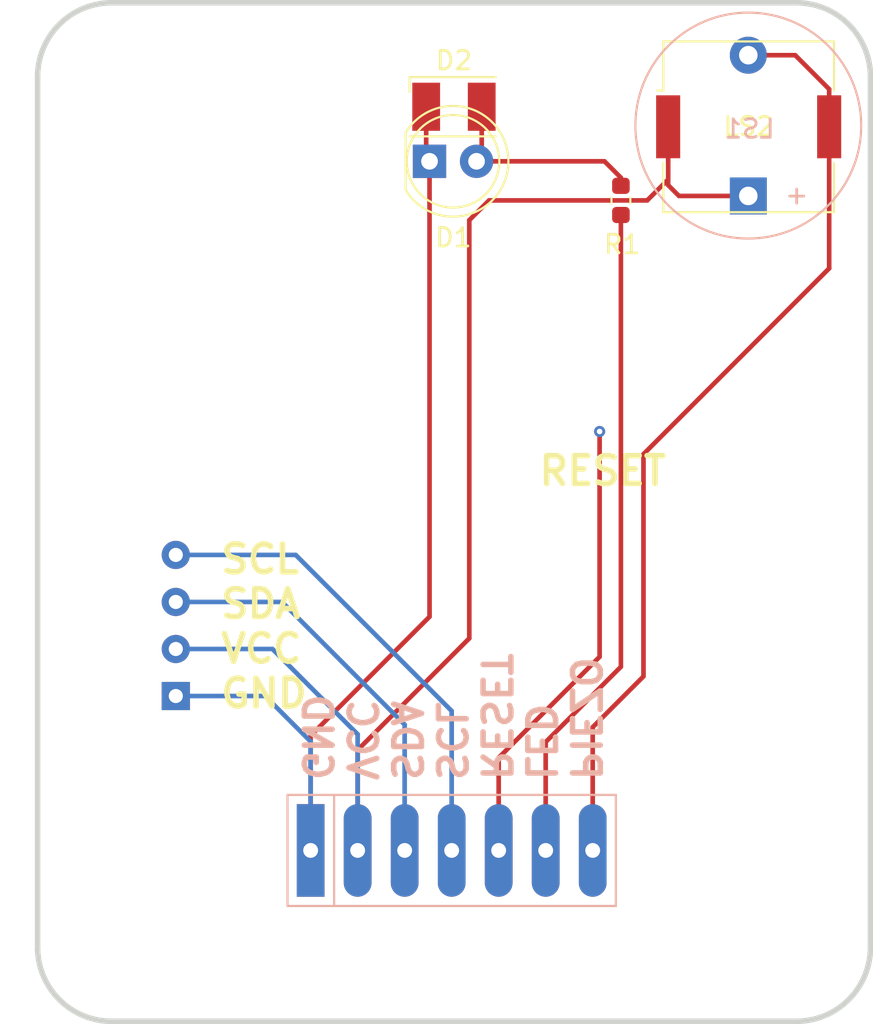
<source format=kicad_pcb>
(kicad_pcb (version 20171130) (host pcbnew "(5.1.5-0-10_14)")

  (general
    (thickness 1.6)
    (drawings 3)
    (tracks 47)
    (zones 0)
    (modules 8)
    (nets 9)
  )

  (page A4)
  (layers
    (0 F.Cu signal)
    (31 B.Cu signal)
    (32 B.Adhes user)
    (33 F.Adhes user)
    (34 B.Paste user)
    (35 F.Paste user)
    (36 B.SilkS user)
    (37 F.SilkS user)
    (38 B.Mask user)
    (39 F.Mask user)
    (40 Dwgs.User user)
    (41 Cmts.User user)
    (42 Eco1.User user)
    (43 Eco2.User user)
    (44 Edge.Cuts user)
    (45 Margin user)
    (46 B.CrtYd user)
    (47 F.CrtYd user)
    (48 B.Fab user)
    (49 F.Fab user)
  )

  (setup
    (last_trace_width 0.25)
    (trace_clearance 0.2)
    (zone_clearance 0.508)
    (zone_45_only no)
    (trace_min 0.2)
    (via_size 0.8)
    (via_drill 0.4)
    (via_min_size 0.4)
    (via_min_drill 0.3)
    (uvia_size 0.3)
    (uvia_drill 0.1)
    (uvias_allowed no)
    (uvia_min_size 0.2)
    (uvia_min_drill 0.1)
    (edge_width 0.05)
    (segment_width 0.2)
    (pcb_text_width 0.3)
    (pcb_text_size 1.5 1.5)
    (mod_edge_width 0.12)
    (mod_text_size 1 1)
    (mod_text_width 0.15)
    (pad_size 1.524 1.524)
    (pad_drill 0.762)
    (pad_to_mask_clearance 0.051)
    (solder_mask_min_width 0.25)
    (aux_axis_origin 0 0)
    (visible_elements FFFFFF7F)
    (pcbplotparams
      (layerselection 0x010fc_ffffffff)
      (usegerberextensions false)
      (usegerberattributes false)
      (usegerberadvancedattributes false)
      (creategerberjobfile false)
      (excludeedgelayer true)
      (linewidth 0.100000)
      (plotframeref false)
      (viasonmask false)
      (mode 1)
      (useauxorigin false)
      (hpglpennumber 1)
      (hpglpenspeed 20)
      (hpglpendiameter 15.000000)
      (psnegative false)
      (psa4output false)
      (plotreference true)
      (plotvalue true)
      (plotinvisibletext false)
      (padsonsilk false)
      (subtractmaskfromsilk false)
      (outputformat 1)
      (mirror false)
      (drillshape 0)
      (scaleselection 1)
      (outputdirectory "gerbers"))
  )

  (net 0 "")
  (net 1 "Net-(D1-Pad2)")
  (net 2 GND)
  (net 3 /PIEZO)
  (net 4 /LED)
  (net 5 /RSTPDN)
  (net 6 /SCL)
  (net 7 /SDA)
  (net 8 +5V)

  (net_class Default "This is the default net class."
    (clearance 0.2)
    (trace_width 0.25)
    (via_dia 0.8)
    (via_drill 0.4)
    (uvia_dia 0.3)
    (uvia_drill 0.1)
    (add_net +5V)
    (add_net /LED)
    (add_net /PIEZO)
    (add_net /RSTPDN)
    (add_net /SCL)
    (add_net /SDA)
    (add_net GND)
    (add_net "Net-(D1-Pad2)")
  )

  (module timhawes:Solder_Connection_7way (layer B.Cu) (tedit 5F26C629) (tstamp 5F271538)
    (at 146.685 121.3739)
    (path /5F26D4A0)
    (fp_text reference J1 (at 0 4.0259) (layer B.SilkS) hide
      (effects (font (size 1 1) (thickness 0.15)) (justify mirror))
    )
    (fp_text value Conn_01x07_Male (at 0 4) (layer B.Fab)
      (effects (font (size 1 1) (thickness 0.15)) (justify mirror))
    )
    (fp_line (start -8.62 -2.75) (end -8.62 2.75) (layer B.CrtYd) (width 0.05))
    (fp_line (start 8.62 -2.75) (end -8.62 -2.75) (layer B.CrtYd) (width 0.05))
    (fp_line (start 8.62 2.75) (end 8.62 -2.75) (layer B.CrtYd) (width 0.05))
    (fp_line (start -8.62 2.75) (end 8.62 2.75) (layer B.CrtYd) (width 0.05))
    (fp_line (start -6.35 3) (end -6.35 -3) (layer B.SilkS) (width 0.12))
    (fp_line (start -8.87 -3) (end -8.87 3) (layer B.SilkS) (width 0.12))
    (fp_line (start 8.87 -3) (end -8.87 -3) (layer B.SilkS) (width 0.12))
    (fp_line (start 8.87 3) (end 8.87 -3) (layer B.SilkS) (width 0.12))
    (fp_line (start -8.87 3) (end 8.87 3) (layer B.SilkS) (width 0.12))
    (pad 7 thru_hole oval (at 7.62 0) (size 1.5 5) (drill 0.8) (layers *.Cu *.Mask)
      (net 3 /PIEZO))
    (pad 6 thru_hole oval (at 5.08 0) (size 1.5 5) (drill 0.8) (layers *.Cu *.Mask)
      (net 4 /LED))
    (pad 5 thru_hole oval (at 2.54 0) (size 1.5 5) (drill 0.8) (layers *.Cu *.Mask)
      (net 5 /RSTPDN))
    (pad 4 thru_hole oval (at 0 0) (size 1.5 5) (drill 0.8) (layers *.Cu *.Mask)
      (net 6 /SCL))
    (pad 3 thru_hole oval (at -2.54 0) (size 1.5 5) (drill 0.8) (layers *.Cu *.Mask)
      (net 7 /SDA))
    (pad 2 thru_hole oval (at -5.08 0) (size 1.5 5) (drill 0.8) (layers *.Cu *.Mask)
      (net 8 +5V))
    (pad 1 thru_hole rect (at -7.62 0) (size 1.5 5) (drill 0.8) (layers *.Cu *.Mask)
      (net 2 GND))
  )

  (module LED_SMD:LED_PLCC-2 (layer F.Cu) (tedit 59959404) (tstamp 5F271509)
    (at 146.8084 81.2132)
    (descr "LED PLCC-2 SMD package")
    (tags "LED PLCC-2 SMD")
    (path /5F292E95)
    (attr smd)
    (fp_text reference D2 (at 0 -2.5) (layer F.SilkS)
      (effects (font (size 1 1) (thickness 0.15)))
    )
    (fp_text value LED (at 0 2.5) (layer F.Fab)
      (effects (font (size 1 1) (thickness 0.15)))
    )
    (fp_text user %R (at 0 0) (layer F.Fab)
      (effects (font (size 0.4 0.4) (thickness 0.1)))
    )
    (fp_line (start -2.4 -1.6) (end -2.4 -0.8) (layer F.SilkS) (width 0.12))
    (fp_line (start 2.25 -1.6) (end -2.4 -1.6) (layer F.SilkS) (width 0.12))
    (fp_line (start 2.25 1.6) (end -2.4 1.6) (layer F.SilkS) (width 0.12))
    (fp_line (start -2.65 1.85) (end -2.65 -1.85) (layer F.CrtYd) (width 0.05))
    (fp_line (start 2.5 1.85) (end -2.65 1.85) (layer F.CrtYd) (width 0.05))
    (fp_line (start 2.5 -1.85) (end 2.5 1.85) (layer F.CrtYd) (width 0.05))
    (fp_line (start -2.65 -1.85) (end 2.5 -1.85) (layer F.CrtYd) (width 0.05))
    (fp_line (start -1.7 1.5) (end 1.7 1.5) (layer F.Fab) (width 0.1))
    (fp_line (start -1.7 -1.5) (end -1.7 1.5) (layer F.Fab) (width 0.1))
    (fp_line (start 1.7 -1.5) (end -1.7 -1.5) (layer F.Fab) (width 0.1))
    (fp_line (start 1.7 1.5) (end 1.7 -1.5) (layer F.Fab) (width 0.1))
    (fp_line (start -1.7 -0.6) (end -0.8 -1.5) (layer F.Fab) (width 0.1))
    (fp_circle (center 0 0) (end 0 -1.25) (layer F.Fab) (width 0.1))
    (pad 2 smd rect (at 1.5 0) (size 1.5 2.6) (layers F.Cu F.Paste F.Mask)
      (net 1 "Net-(D1-Pad2)"))
    (pad 1 smd rect (at -1.5 0) (size 1.5 2.6) (layers F.Cu F.Paste F.Mask)
      (net 2 GND))
    (model ${KISYS3DMOD}/LED_SMD.3dshapes/LED_PLCC-2.wrl
      (at (xyz 0 0 0))
      (scale (xyz 1 1 1))
      (rotate (xyz 0 0 0))
    )
  )

  (module timhawes:Outline_55_45_R4 (layer F.Cu) (tedit 0) (tstamp 5F271B7F)
    (at 146.812 103.0986 90)
    (fp_text reference OUTLINE_55_45_R4 (at 0 0 90) (layer F.SilkS) hide
      (effects (font (size 1.524 1.524) (thickness 0.3048)))
    )
    (fp_text value " " (at 0 0 90) (layer F.SilkS) hide
      (effects (font (size 1.524 1.524) (thickness 0.3048)))
    )
    (fp_arc (start -23.5 -18.5) (end -27.5 -18.5) (angle 90) (layer Edge.Cuts) (width 0.29972))
    (fp_arc (start 23.5 -18.5) (end 23.5 -22.5) (angle 90) (layer Edge.Cuts) (width 0.29972))
    (fp_arc (start 23.5 18.5) (end 27.5 18.5) (angle 90) (layer Edge.Cuts) (width 0.29972))
    (fp_arc (start -23.5 18.5) (end -23.5 22.5) (angle 90) (layer Edge.Cuts) (width 0.29972))
    (fp_line (start -23.5 22.5) (end 23.5 22.5) (layer Edge.Cuts) (width 0.29972))
    (fp_line (start -27.5 -18.5) (end -27.5 18.5) (layer Edge.Cuts) (width 0.29972))
    (fp_line (start 23.5 -22.5) (end -23.5 -22.5) (layer Edge.Cuts) (width 0.29972))
    (fp_line (start 27.5 18.5) (end 27.5 -18.5) (layer Edge.Cuts) (width 0.29972))
  )

  (module timhawes:ELECHOUSE_PN532_V4_USART_I2C_RESET (layer B.Cu) (tedit 5F1184A0) (tstamp 5F272E1A)
    (at 151.5999 109.2454 90)
    (path /5F274C57)
    (fp_text reference U1 (at -0.2413 -5.1943 270) (layer B.SilkS) hide
      (effects (font (size 1 1) (thickness 0.15)) (justify mirror))
    )
    (fp_text value Elechouse_PN532_V4_Reset (at -0.03 -28.47 270) (layer B.Fab)
      (effects (font (size 1 1) (thickness 0.15)) (justify mirror))
    )
    (fp_line (start -3.48 4.47) (end -6.69 4.47) (layer Dwgs.User) (width 0.12))
    (fp_line (start -3.48 11.29) (end -3.48 4.47) (layer Dwgs.User) (width 0.12))
    (fp_line (start -6.69 11.29) (end -3.48 11.29) (layer Dwgs.User) (width 0.12))
    (fp_line (start -6.69 4.47) (end -6.69 11.29) (layer Dwgs.User) (width 0.12))
    (fp_line (start -4.84 -3.9) (end -9.14 -3.9) (layer Dwgs.User) (width 0.12))
    (fp_line (start -4.84 3.6) (end -4.84 -3.9) (layer Dwgs.User) (width 0.12))
    (fp_line (start -9.14 3.6) (end -4.84 3.6) (layer Dwgs.User) (width 0.12))
    (fp_line (start -9.14 -3.9) (end -9.14 3.6) (layer Dwgs.User) (width 0.12))
    (fp_line (start -5.63 -11.7) (end -8.14 -11.7) (layer Dwgs.User) (width 0.12))
    (fp_line (start -5.63 -4.69) (end -5.63 -11.7) (layer Dwgs.User) (width 0.12))
    (fp_line (start -8.14 -4.69) (end -5.63 -4.69) (layer Dwgs.User) (width 0.12))
    (fp_line (start -8.14 -11.7) (end -8.14 -4.69) (layer Dwgs.User) (width 0.12))
    (fp_arc (start -13.703996 6.653991) (end -13.703996 6.857191) (angle 180) (layer Dwgs.User) (width 0.2))
    (fp_arc (start -13.703996 6.653991) (end -13.703996 6.450791) (angle 180) (layer Dwgs.User) (width 0.2))
    (fp_arc (start -13.703996 1.573991) (end -13.703996 1.777191) (angle 180) (layer Dwgs.User) (width 0.2))
    (fp_arc (start -13.703996 1.573991) (end -13.703996 1.370791) (angle 180) (layer Dwgs.User) (width 0.2))
    (fp_arc (start -13.703996 -0.966009) (end -13.703996 -0.762809) (angle 180) (layer Dwgs.User) (width 0.2))
    (fp_arc (start -13.703996 -0.966009) (end -13.703996 -1.169209) (angle 180) (layer Dwgs.User) (width 0.2))
    (fp_arc (start -13.703996 -3.506009) (end -13.703996 -3.302809) (angle 180) (layer Dwgs.User) (width 0.2))
    (fp_arc (start -13.703996 -3.506009) (end -13.703996 -3.709209) (angle 180) (layer Dwgs.User) (width 0.2))
    (fp_arc (start -13.703996 -6.046009) (end -13.703996 -5.842809) (angle 180) (layer Dwgs.User) (width 0.2))
    (fp_arc (start -13.703996 -6.046009) (end -13.703996 -6.249209) (angle 180) (layer Dwgs.User) (width 0.2))
    (fp_arc (start -13.703996 -8.586009) (end -13.703996 -8.382809) (angle 180) (layer Dwgs.User) (width 0.2))
    (fp_arc (start -13.703996 -8.586009) (end -13.703996 -8.789209) (angle 180) (layer Dwgs.User) (width 0.2))
    (fp_arc (start -13.703996 -11.126009) (end -13.703996 -10.922809) (angle 180) (layer Dwgs.User) (width 0.2))
    (fp_arc (start -13.703996 -11.126009) (end -13.703996 -11.329209) (angle 180) (layer Dwgs.User) (width 0.2))
    (fp_arc (start -13.703996 4.113991) (end -13.703996 4.317191) (angle 180) (layer Dwgs.User) (width 0.2))
    (fp_arc (start -13.703996 4.113991) (end -13.703996 3.910791) (angle 180) (layer Dwgs.User) (width 0.2))
    (fp_arc (start 10.496004 3.078992) (end 10.496004 2.939292) (angle 180) (layer Dwgs.User) (width 0.2))
    (fp_arc (start 10.496004 3.078992) (end 10.496004 3.218692) (angle 180) (layer Dwgs.User) (width 0.2))
    (fp_arc (start 10.496004 1.808992) (end 10.496004 1.669292) (angle 180) (layer Dwgs.User) (width 0.2))
    (fp_arc (start 10.496004 1.808992) (end 10.496004 1.948692) (angle 180) (layer Dwgs.User) (width 0.2))
    (fp_arc (start 10.496004 0.538992) (end 10.496004 0.399292) (angle 180) (layer Dwgs.User) (width 0.2))
    (fp_arc (start 10.496004 0.538992) (end 10.496004 0.678692) (angle 180) (layer Dwgs.User) (width 0.2))
    (fp_arc (start 10.496004 -0.731008) (end 10.496004 -0.870708) (angle 180) (layer Dwgs.User) (width 0.2))
    (fp_arc (start 10.496004 -0.731008) (end 10.496004 -0.591308) (angle 180) (layer Dwgs.User) (width 0.2))
    (fp_arc (start 10.496004 -2.001008) (end 10.496004 -2.140708) (angle 180) (layer Dwgs.User) (width 0.2))
    (fp_arc (start 10.496004 -2.001008) (end 10.496004 -1.861308) (angle 180) (layer Dwgs.User) (width 0.2))
    (fp_arc (start 10.496004 -3.271008) (end 10.496004 -3.410708) (angle 180) (layer Dwgs.User) (width 0.2))
    (fp_arc (start 10.496004 -3.271008) (end 10.496004 -3.131308) (angle 180) (layer Dwgs.User) (width 0.2))
    (fp_arc (start 10.496004 -4.541008) (end 10.496004 -4.680708) (angle 180) (layer Dwgs.User) (width 0.2))
    (fp_arc (start 10.496004 -4.541008) (end 10.496004 -4.401308) (angle 180) (layer Dwgs.User) (width 0.2))
    (fp_arc (start 10.496004 -5.811008) (end 10.496004 -5.950708) (angle 180) (layer Dwgs.User) (width 0.2))
    (fp_arc (start 10.496004 -5.811008) (end 10.496004 -5.671308) (angle 180) (layer Dwgs.User) (width 0.2))
    (fp_arc (start 10.496004 -7.081008) (end 10.496004 -7.220708) (angle 180) (layer Dwgs.User) (width 0.2))
    (fp_arc (start 10.496004 -7.081008) (end 10.496004 -6.941308) (angle 180) (layer Dwgs.User) (width 0.2))
    (fp_arc (start 10.496004 -8.351008) (end 10.496004 -8.490708) (angle 180) (layer Dwgs.User) (width 0.2))
    (fp_arc (start 10.496004 -8.351008) (end 10.496004 -8.211308) (angle 180) (layer Dwgs.User) (width 0.2))
    (fp_line (start 9.934004 -16.912676) (end 10.696004 -16.912676) (layer Dwgs.User) (width 0.2))
    (fp_line (start 10.103337 -17.082009) (end 9.934004 -16.912676) (layer Dwgs.User) (width 0.2))
    (fp_line (start 10.696004 -17.336009) (end 9.934004 -17.336009) (layer Dwgs.User) (width 0.2))
    (fp_line (start 9.864205 -15.25341) (end 9.864205 -14.78351) (layer Dwgs.User) (width 0.2))
    (fp_line (start 10.727805 -15.25341) (end 9.864205 -15.25341) (layer Dwgs.User) (width 0.2))
    (fp_line (start 10.727805 -14.78351) (end 10.727805 -15.25341) (layer Dwgs.User) (width 0.2))
    (fp_line (start 10.296005 -15.20261) (end 10.727805 -14.78351) (layer Dwgs.User) (width 0.2))
    (fp_line (start 9.864205 -14.78351) (end 10.296005 -15.20261) (layer Dwgs.User) (width 0.2))
    (fp_line (start 9.864205 -14.61841) (end 10.727805 -14.61841) (layer Dwgs.User) (width 0.2))
    (fp_line (start 10.296005 -15.03751) (end 9.864205 -14.61841) (layer Dwgs.User) (width 0.2))
    (fp_line (start 10.727805 -14.61841) (end 10.296005 -15.03751) (layer Dwgs.User) (width 0.2))
    (fp_arc (start 8.715005 -17.463009) (end 9.053671 -16.828009) (angle 56.14497387) (layer Dwgs.User) (width 0.2))
    (fp_arc (start 8.990171 -16.912676) (end 9.053671 -16.997342) (angle 106.2602047) (layer Dwgs.User) (width 0.2))
    (fp_arc (start 8.715005 -16.362342) (end 8.376338 -16.997342) (angle 56.14497387) (layer Dwgs.User) (width 0.2))
    (fp_arc (start 8.439838 -16.912676) (end 8.376338 -16.828009) (angle 106.2602047) (layer Dwgs.User) (width 0.2))
    (fp_line (start 9.096005 -17.336009) (end 8.334005 -17.336009) (layer Dwgs.User) (width 0.2))
    (fp_line (start 8.264205 -15.25341) (end 8.264205 -14.78351) (layer Dwgs.User) (width 0.2))
    (fp_line (start 9.127805 -15.25341) (end 8.264205 -15.25341) (layer Dwgs.User) (width 0.2))
    (fp_line (start 9.127805 -14.78351) (end 9.127805 -15.25341) (layer Dwgs.User) (width 0.2))
    (fp_line (start 8.696005 -15.20261) (end 9.127805 -14.78351) (layer Dwgs.User) (width 0.2))
    (fp_line (start 8.264205 -14.78351) (end 8.696005 -15.20261) (layer Dwgs.User) (width 0.2))
    (fp_line (start 8.264205 -14.61841) (end 9.127805 -14.61841) (layer Dwgs.User) (width 0.2))
    (fp_line (start 8.696005 -15.03751) (end 8.264205 -14.61841) (layer Dwgs.User) (width 0.2))
    (fp_line (start 9.127805 -14.61841) (end 8.696005 -15.03751) (layer Dwgs.User) (width 0.2))
    (fp_arc (start 3.806005 -19.836009) (end 3.602805 -19.836009) (angle 180) (layer Dwgs.User) (width 0.2))
    (fp_arc (start 3.806005 -19.836009) (end 4.009205 -19.836009) (angle 180) (layer Dwgs.User) (width 0.2))
    (fp_arc (start 1.266005 -19.836009) (end 1.062805 -19.836009) (angle 180) (layer Dwgs.User) (width 0.2))
    (fp_arc (start 1.266005 -19.836009) (end 1.469205 -19.836009) (angle 180) (layer Dwgs.User) (width 0.2))
    (fp_arc (start -1.273995 -19.836009) (end -1.477195 -19.836009) (angle 180) (layer Dwgs.User) (width 0.2))
    (fp_arc (start -1.273995 -19.836009) (end -1.070795 -19.836009) (angle 180) (layer Dwgs.User) (width 0.2))
    (fp_arc (start -3.813995 -19.836009) (end -4.017195 -19.836009) (angle 180) (layer Dwgs.User) (width 0.2))
    (fp_arc (start -3.813995 -19.836009) (end -3.610795 -19.836009) (angle 180) (layer Dwgs.User) (width 0.2))
    (fp_arc (start -0.003995 14.461995) (end 0.148405 14.461995) (angle 180) (layer Dwgs.User) (width 0.2))
    (fp_arc (start -0.003995 14.461995) (end -0.156395 14.461995) (angle 180) (layer Dwgs.User) (width 0.2))
    (fp_arc (start -0.003995 14.461995) (end 0.250005 14.461995) (angle 180) (layer Dwgs.User) (width 0.2))
    (fp_arc (start -0.003995 14.461995) (end -0.257995 14.461995) (angle 180) (layer Dwgs.User) (width 0.2))
    (fp_arc (start -0.003995 14.461995) (end 0.250005 14.461995) (angle 180) (layer Dwgs.User) (width 0.2))
    (fp_arc (start -0.003995 14.461995) (end -0.257995 14.461995) (angle 180) (layer Dwgs.User) (width 0.2))
    (fp_arc (start -0.003995 14.461995) (end 0.250005 14.461995) (angle 180) (layer Dwgs.User) (width 0.2))
    (fp_arc (start -0.003995 14.461995) (end -0.257995 14.461995) (angle 180) (layer Dwgs.User) (width 0.2))
    (fp_arc (start -0.987005 -22.536011) (end -0.812007 -22.536011) (angle 180) (layer Dwgs.User) (width 0.2))
    (fp_arc (start -0.987005 -22.536011) (end -1.162004 -22.536011) (angle 180) (layer Dwgs.User) (width 0.2))
    (fp_arc (start 2.012989 -25.536005) (end 2.187987 -25.536005) (angle 180) (layer Dwgs.User) (width 0.2))
    (fp_arc (start 2.012989 -25.536005) (end 1.83799 -25.536005) (angle 180) (layer Dwgs.User) (width 0.2))
    (fp_line (start 2.012989 -25.536005) (end -0.987005 -22.536011) (layer Dwgs.User) (width 0.2))
    (fp_arc (start -1.687004 -22.536011) (end -1.512006 -22.536011) (angle 180) (layer Dwgs.User) (width 0.2))
    (fp_arc (start -1.687004 -22.536011) (end -1.862002 -22.536011) (angle 180) (layer Dwgs.User) (width 0.2))
    (fp_arc (start -0.987005 -22.536011) (end -0.812007 -22.536011) (angle 180) (layer Dwgs.User) (width 0.2))
    (fp_arc (start -0.987005 -22.536011) (end -1.162004 -22.536011) (angle 180) (layer Dwgs.User) (width 0.2))
    (fp_line (start -0.987005 -22.536011) (end -1.687004 -22.536011) (layer Dwgs.User) (width 0.2))
    (fp_arc (start -0.003995 14.463991) (end 0.171003 14.463991) (angle 180) (layer Dwgs.User) (width 0.2))
    (fp_arc (start -0.003995 14.463991) (end -0.178993 14.463991) (angle 180) (layer Dwgs.User) (width 0.2))
    (fp_arc (start 15.212988 14.463991) (end 15.387986 14.463991) (angle 180) (layer Dwgs.User) (width 0.2))
    (fp_arc (start 15.212988 14.463991) (end 15.037989 14.463991) (angle 180) (layer Dwgs.User) (width 0.2))
    (fp_line (start 15.212988 14.463991) (end -0.003995 14.463991) (layer Dwgs.User) (width 0.2))
    (fp_arc (start -15.487002 14.463991) (end -15.312003 14.463991) (angle 180) (layer Dwgs.User) (width 0.2))
    (fp_arc (start -15.487002 14.463991) (end -15.662 14.463991) (angle 180) (layer Dwgs.User) (width 0.2))
    (fp_arc (start -0.003995 14.463991) (end 0.171003 14.463991) (angle 180) (layer Dwgs.User) (width 0.2))
    (fp_arc (start -0.003995 14.463991) (end -0.178993 14.463991) (angle 180) (layer Dwgs.User) (width 0.2))
    (fp_line (start -0.003995 14.463991) (end -15.487002 14.463991) (layer Dwgs.User) (width 0.2))
    (fp_arc (start -15.487002 14.463991) (end -15.312003 14.463991) (angle 180) (layer Dwgs.User) (width 0.2))
    (fp_arc (start -15.487002 14.463991) (end -15.662 14.463991) (angle 180) (layer Dwgs.User) (width 0.2))
    (fp_arc (start -0.003995 14.463991) (end 0.171003 14.463991) (angle 180) (layer Dwgs.User) (width 0.2))
    (fp_arc (start -0.003995 14.463991) (end -0.178993 14.463991) (angle 180) (layer Dwgs.User) (width 0.2))
    (fp_line (start -0.003995 14.463991) (end -15.487002 14.463991) (layer Dwgs.User) (width 0.2))
    (fp_arc (start -0.003995 14.463991) (end 0.171003 14.463991) (angle 180) (layer Dwgs.User) (width 0.2))
    (fp_arc (start -0.003995 14.463991) (end -0.178993 14.463991) (angle 180) (layer Dwgs.User) (width 0.2))
    (fp_arc (start 5.012983 14.463991) (end 5.187981 14.463991) (angle 180) (layer Dwgs.User) (width 0.2))
    (fp_arc (start 5.012983 14.463991) (end 4.837984 14.463991) (angle 180) (layer Dwgs.User) (width 0.2))
    (fp_line (start 5.012983 14.463991) (end -0.003995 14.463991) (layer Dwgs.User) (width 0.2))
    (fp_arc (start 18.213007 11.763971) (end 18.388005 11.763971) (angle 180) (layer Dwgs.User) (width 0.2))
    (fp_arc (start 18.213007 11.763971) (end 18.038009 11.763971) (angle 180) (layer Dwgs.User) (width 0.2))
    (fp_arc (start 18.213007 11.463972) (end 18.388005 11.463972) (angle 180) (layer Dwgs.User) (width 0.2))
    (fp_arc (start 18.213007 11.463972) (end 18.038009 11.463972) (angle 180) (layer Dwgs.User) (width 0.2))
    (fp_line (start 18.213007 11.463972) (end 18.213007 11.763971) (layer Dwgs.User) (width 0.2))
    (fp_arc (start 18.213007 11.463972) (end 18.388005 11.463972) (angle 180) (layer Dwgs.User) (width 0.2))
    (fp_arc (start 18.213007 11.463972) (end 18.038009 11.463972) (angle 180) (layer Dwgs.User) (width 0.2))
    (fp_arc (start 18.213007 11.163972) (end 18.388005 11.163972) (angle 180) (layer Dwgs.User) (width 0.2))
    (fp_arc (start 18.213007 11.163972) (end 18.038009 11.163972) (angle 180) (layer Dwgs.User) (width 0.2))
    (fp_line (start 18.213007 11.163972) (end 18.213007 11.463972) (layer Dwgs.User) (width 0.2))
    (fp_arc (start 18.212982 11.463972) (end 18.38798 11.463972) (angle 180) (layer Dwgs.User) (width 0.2))
    (fp_arc (start 18.212982 11.463972) (end 18.037983 11.463972) (angle 180) (layer Dwgs.User) (width 0.2))
    (fp_arc (start 18.213007 11.463972) (end 18.388005 11.463972) (angle 180) (layer Dwgs.User) (width 0.2))
    (fp_arc (start 18.213007 11.463972) (end 18.038009 11.463972) (angle 180) (layer Dwgs.User) (width 0.2))
    (fp_line (start 18.213007 11.463972) (end 18.212982 11.463972) (layer Dwgs.User) (width 0.2))
    (fp_arc (start 18.213007 11.363972) (end 18.388005 11.363972) (angle 180) (layer Dwgs.User) (width 0.2))
    (fp_arc (start 18.213007 11.363972) (end 18.038009 11.363972) (angle 180) (layer Dwgs.User) (width 0.2))
    (fp_arc (start 18.213007 -21.536013) (end 18.388005 -21.536013) (angle 180) (layer Dwgs.User) (width 0.2))
    (fp_arc (start 18.213007 -21.536013) (end 18.038009 -21.536013) (angle 180) (layer Dwgs.User) (width 0.2))
    (fp_line (start 18.213007 -21.536013) (end 18.213007 11.363972) (layer Dwgs.User) (width 0.2))
    (fp_arc (start 18.213007 -21.536013) (end 18.388005 -21.536013) (angle 180) (layer Dwgs.User) (width 0.2))
    (fp_arc (start 18.213007 -21.536013) (end 18.038009 -21.536013) (angle 180) (layer Dwgs.User) (width 0.2))
    (fp_arc (start 18.213007 -21.836013) (end 18.388005 -21.836013) (angle 180) (layer Dwgs.User) (width 0.2))
    (fp_arc (start 18.213007 -21.836013) (end 18.038009 -21.836013) (angle 180) (layer Dwgs.User) (width 0.2))
    (fp_line (start 18.213007 -21.836013) (end 18.213007 -21.536013) (layer Dwgs.User) (width 0.2))
    (fp_arc (start 18.213007 -21.236014) (end 18.388005 -21.236014) (angle 180) (layer Dwgs.User) (width 0.2))
    (fp_arc (start 18.213007 -21.236014) (end 18.038009 -21.236014) (angle 180) (layer Dwgs.User) (width 0.2))
    (fp_arc (start 18.213007 -21.536013) (end 18.388005 -21.536013) (angle 180) (layer Dwgs.User) (width 0.2))
    (fp_arc (start 18.213007 -21.536013) (end 18.038009 -21.536013) (angle 180) (layer Dwgs.User) (width 0.2))
    (fp_line (start 18.213007 -21.536013) (end 18.213007 -21.236014) (layer Dwgs.User) (width 0.2))
    (fp_arc (start 18.213007 -21.536013) (end 18.388005 -21.536013) (angle 180) (layer Dwgs.User) (width 0.2))
    (fp_arc (start 18.213007 -21.536013) (end 18.038009 -21.536013) (angle 180) (layer Dwgs.User) (width 0.2))
    (fp_arc (start 18.213007 -21.836013) (end 18.388005 -21.836013) (angle 180) (layer Dwgs.User) (width 0.2))
    (fp_arc (start 18.213007 -21.836013) (end 18.038009 -21.836013) (angle 180) (layer Dwgs.User) (width 0.2))
    (fp_line (start 18.213007 -21.836013) (end 18.213007 -21.536013) (layer Dwgs.User) (width 0.2))
    (fp_arc (start 18.212982 -21.536013) (end 18.38798 -21.536013) (angle 180) (layer Dwgs.User) (width 0.2))
    (fp_arc (start 18.212982 -21.536013) (end 18.037983 -21.536013) (angle 180) (layer Dwgs.User) (width 0.2))
    (fp_arc (start 18.213007 -21.536013) (end 18.388005 -21.536013) (angle 180) (layer Dwgs.User) (width 0.2))
    (fp_arc (start 18.213007 -21.536013) (end 18.038009 -21.536013) (angle 180) (layer Dwgs.User) (width 0.2))
    (fp_line (start 18.213007 -21.536013) (end 18.212982 -21.536013) (layer Dwgs.User) (width 0.2))
    (fp_arc (start -16.187 15.463989) (end -16.012002 15.463989) (angle 180) (layer Dwgs.User) (width 0.2))
    (fp_arc (start -16.187 15.463989) (end -16.361999 15.463989) (angle 180) (layer Dwgs.User) (width 0.2))
    (fp_arc (start 5.012983 15.463989) (end 5.187981 15.463989) (angle 180) (layer Dwgs.User) (width 0.2))
    (fp_arc (start 5.012983 15.463989) (end 4.837984 15.463989) (angle 180) (layer Dwgs.User) (width 0.2))
    (fp_line (start 5.012983 15.463989) (end -16.187 15.463989) (layer Dwgs.User) (width 0.2))
    (fp_arc (start 2.012989 -25.536005) (end 2.187987 -25.536005) (angle 180) (layer Dwgs.User) (width 0.2))
    (fp_arc (start 2.012989 -25.536005) (end 1.83799 -25.536005) (angle 180) (layer Dwgs.User) (width 0.2))
    (fp_arc (start 2.012989 -25.536031) (end 2.187987 -25.536031) (angle 180) (layer Dwgs.User) (width 0.2))
    (fp_arc (start 2.012989 -25.536031) (end 1.83799 -25.536031) (angle 180) (layer Dwgs.User) (width 0.2))
    (fp_line (start 2.012989 -25.536031) (end 2.012989 -25.536005) (layer Dwgs.User) (width 0.2))
    (fp_arc (start 1.31299 -24.536007) (end 1.487988 -24.536007) (angle 180) (layer Dwgs.User) (width 0.2))
    (fp_arc (start 1.31299 -24.536007) (end 1.137992 -24.536007) (angle 180) (layer Dwgs.User) (width 0.2))
    (fp_arc (start 0.312992 -25.536031) (end 0.48799 -25.536031) (angle 180) (layer Dwgs.User) (width 0.2))
    (fp_arc (start 0.312992 -25.536031) (end 0.137994 -25.536031) (angle 180) (layer Dwgs.User) (width 0.2))
    (fp_line (start 0.312992 -25.536031) (end 1.31299 -24.536007) (layer Dwgs.User) (width 0.2))
    (fp_arc (start 0.012993 -22.536011) (end 0.187991 -22.536011) (angle 180) (layer Dwgs.User) (width 0.2))
    (fp_arc (start 0.012993 -22.536011) (end -0.162006 -22.536011) (angle 180) (layer Dwgs.User) (width 0.2))
    (fp_arc (start -0.987005 -23.536009) (end -0.812007 -23.536009) (angle 180) (layer Dwgs.User) (width 0.2))
    (fp_arc (start -0.987005 -23.536009) (end -1.162004 -23.536009) (angle 180) (layer Dwgs.User) (width 0.2))
    (fp_line (start -0.987005 -23.536009) (end 0.012993 -22.536011) (layer Dwgs.User) (width 0.2))
    (fp_arc (start 0.612991 -23.536009) (end 0.78799 -23.536009) (angle 180) (layer Dwgs.User) (width 0.2))
    (fp_arc (start 0.612991 -23.536009) (end 0.437993 -23.536009) (angle 180) (layer Dwgs.User) (width 0.2))
    (fp_arc (start -0.387007 -24.536007) (end -0.212008 -24.536007) (angle 180) (layer Dwgs.User) (width 0.2))
    (fp_arc (start -0.387007 -24.536007) (end -0.562005 -24.536007) (angle 180) (layer Dwgs.User) (width 0.2))
    (fp_line (start -0.387007 -24.536007) (end 0.612991 -23.536009) (layer Dwgs.User) (width 0.2))
    (fp_arc (start 16.212986 -19.336018) (end 16.387984 -19.336018) (angle 180) (layer Dwgs.User) (width 0.2))
    (fp_arc (start 16.212986 -19.336018) (end 16.037987 -19.336018) (angle 180) (layer Dwgs.User) (width 0.2))
    (fp_arc (start 16.212986 -20.436015) (end 16.387984 -20.436015) (angle 180) (layer Dwgs.User) (width 0.2))
    (fp_arc (start 16.212986 -20.436015) (end 16.037987 -20.436015) (angle 180) (layer Dwgs.User) (width 0.2))
    (fp_line (start 16.212986 -20.436015) (end 16.212986 -19.336018) (layer Dwgs.User) (width 0.2))
    (fp_arc (start 16.212986 -20.436015) (end 16.387984 -20.436015) (angle 180) (layer Dwgs.User) (width 0.2))
    (fp_arc (start 16.212986 -20.436015) (end 16.037987 -20.436015) (angle 180) (layer Dwgs.User) (width 0.2))
    (fp_arc (start 14.11299 -22.536011) (end 14.287988 -22.536011) (angle 180) (layer Dwgs.User) (width 0.2))
    (fp_arc (start 14.11299 -22.536011) (end 13.937991 -22.536011) (angle 180) (layer Dwgs.User) (width 0.2))
    (fp_line (start 14.11299 -22.536011) (end 16.212986 -20.436015) (layer Dwgs.User) (width 0.2))
    (fp_arc (start 17.212984 -21.136014) (end 17.387982 -21.136014) (angle 180) (layer Dwgs.User) (width 0.2))
    (fp_arc (start 17.212984 -21.136014) (end 17.037985 -21.136014) (angle 180) (layer Dwgs.User) (width 0.2))
    (fp_arc (start 14.812988 -23.536009) (end 14.987987 -23.536009) (angle 180) (layer Dwgs.User) (width 0.2))
    (fp_arc (start 14.812988 -23.536009) (end 14.63799 -23.536009) (angle 180) (layer Dwgs.User) (width 0.2))
    (fp_line (start 14.812988 -23.536009) (end 17.212984 -21.136014) (layer Dwgs.User) (width 0.2))
    (fp_arc (start 18.213007 -21.836013) (end 18.388005 -21.836013) (angle 180) (layer Dwgs.User) (width 0.2))
    (fp_arc (start 18.213007 -21.836013) (end 18.038009 -21.836013) (angle 180) (layer Dwgs.User) (width 0.2))
    (fp_arc (start 15.512987 -24.536007) (end 15.687985 -24.536007) (angle 180) (layer Dwgs.User) (width 0.2))
    (fp_arc (start 15.512987 -24.536007) (end 15.337989 -24.536007) (angle 180) (layer Dwgs.User) (width 0.2))
    (fp_line (start 15.512987 -24.536007) (end 18.213007 -21.836013) (layer Dwgs.User) (width 0.2))
    (fp_arc (start 19.213005 -22.536011) (end 19.388003 -22.536011) (angle 180) (layer Dwgs.User) (width 0.2))
    (fp_arc (start 19.213005 -22.536011) (end 19.038007 -22.536011) (angle 180) (layer Dwgs.User) (width 0.2))
    (fp_arc (start 16.212986 -25.536031) (end 16.387984 -25.536031) (angle 180) (layer Dwgs.User) (width 0.2))
    (fp_arc (start 16.212986 -25.536031) (end 16.037987 -25.536031) (angle 180) (layer Dwgs.User) (width 0.2))
    (fp_line (start 16.212986 -25.536031) (end 19.213005 -22.536011) (layer Dwgs.User) (width 0.2))
    (fp_arc (start 14.812988 13.463993) (end 14.987987 13.463993) (angle 180) (layer Dwgs.User) (width 0.2))
    (fp_arc (start 14.812988 13.463993) (end 14.63799 13.463993) (angle 180) (layer Dwgs.User) (width 0.2))
    (fp_arc (start 17.212984 11.063972) (end 17.387982 11.063972) (angle 180) (layer Dwgs.User) (width 0.2))
    (fp_arc (start 17.212984 11.063972) (end 17.037985 11.063972) (angle 180) (layer Dwgs.User) (width 0.2))
    (fp_line (start 17.212984 11.063972) (end 14.812988 13.463993) (layer Dwgs.User) (width 0.2))
    (fp_arc (start 15.512987 14.463991) (end 15.687985 14.463991) (angle 180) (layer Dwgs.User) (width 0.2))
    (fp_arc (start 15.512987 14.463991) (end 15.337989 14.463991) (angle 180) (layer Dwgs.User) (width 0.2))
    (fp_arc (start 18.213007 11.763971) (end 18.388005 11.763971) (angle 180) (layer Dwgs.User) (width 0.2))
    (fp_arc (start 18.213007 11.763971) (end 18.038009 11.763971) (angle 180) (layer Dwgs.User) (width 0.2))
    (fp_line (start 18.213007 11.763971) (end 15.512987 14.463991) (layer Dwgs.User) (width 0.2))
    (fp_arc (start 16.212986 15.463989) (end 16.387984 15.463989) (angle 180) (layer Dwgs.User) (width 0.2))
    (fp_arc (start 16.212986 15.463989) (end 16.037987 15.463989) (angle 180) (layer Dwgs.User) (width 0.2))
    (fp_arc (start 19.213005 12.463995) (end 19.388003 12.463995) (angle 180) (layer Dwgs.User) (width 0.2))
    (fp_arc (start 19.213005 12.463995) (end 19.038007 12.463995) (angle 180) (layer Dwgs.User) (width 0.2))
    (fp_line (start 19.213005 12.463995) (end 16.212986 15.463989) (layer Dwgs.User) (width 0.2))
    (fp_arc (start -16.187 -19.336018) (end -16.012002 -19.336018) (angle 180) (layer Dwgs.User) (width 0.2))
    (fp_arc (start -16.187 -19.336018) (end -16.361999 -19.336018) (angle 180) (layer Dwgs.User) (width 0.2))
    (fp_arc (start -16.187 -20.436015) (end -16.012002 -20.436015) (angle 180) (layer Dwgs.User) (width 0.2))
    (fp_arc (start -16.187 -20.436015) (end -16.361999 -20.436015) (angle 180) (layer Dwgs.User) (width 0.2))
    (fp_line (start -16.187 -20.436015) (end -16.187 -19.336018) (layer Dwgs.User) (width 0.2))
    (fp_arc (start -16.187 -20.436015) (end -16.012002 -20.436015) (angle 180) (layer Dwgs.User) (width 0.2))
    (fp_arc (start -16.187 -20.436015) (end -16.361999 -20.436015) (angle 180) (layer Dwgs.User) (width 0.2))
    (fp_arc (start -14.087005 -22.536011) (end -13.912006 -22.536011) (angle 180) (layer Dwgs.User) (width 0.2))
    (fp_arc (start -14.087005 -22.536011) (end -14.262003 -22.536011) (angle 180) (layer Dwgs.User) (width 0.2))
    (fp_line (start -14.087005 -22.536011) (end -16.187 -20.436015) (layer Dwgs.User) (width 0.2))
    (fp_arc (start -17.186998 -21.136014) (end -17.012 -21.136014) (angle 180) (layer Dwgs.User) (width 0.2))
    (fp_arc (start -17.186998 -21.136014) (end -17.361997 -21.136014) (angle 180) (layer Dwgs.User) (width 0.2))
    (fp_arc (start -14.787003 -23.536009) (end -14.612005 -23.536009) (angle 180) (layer Dwgs.User) (width 0.2))
    (fp_arc (start -14.787003 -23.536009) (end -14.962002 -23.536009) (angle 180) (layer Dwgs.User) (width 0.2))
    (fp_line (start -14.787003 -23.536009) (end -17.186998 -21.136014) (layer Dwgs.User) (width 0.2))
    (fp_arc (start -18.186996 -21.836013) (end -18.011998 -21.836013) (angle 180) (layer Dwgs.User) (width 0.2))
    (fp_arc (start -18.186996 -21.836013) (end -18.361995 -21.836013) (angle 180) (layer Dwgs.User) (width 0.2))
    (fp_arc (start -15.487002 -24.536007) (end -15.312003 -24.536007) (angle 180) (layer Dwgs.User) (width 0.2))
    (fp_arc (start -15.487002 -24.536007) (end -15.662 -24.536007) (angle 180) (layer Dwgs.User) (width 0.2))
    (fp_line (start -15.487002 -24.536007) (end -18.186996 -21.836013) (layer Dwgs.User) (width 0.2))
    (fp_arc (start -19.186994 -22.536011) (end -19.011996 -22.536011) (angle 180) (layer Dwgs.User) (width 0.2))
    (fp_arc (start -19.186994 -22.536011) (end -19.361993 -22.536011) (angle 180) (layer Dwgs.User) (width 0.2))
    (fp_arc (start -16.187 -25.536031) (end -16.012002 -25.536031) (angle 180) (layer Dwgs.User) (width 0.2))
    (fp_arc (start -16.187 -25.536031) (end -16.361999 -25.536031) (angle 180) (layer Dwgs.User) (width 0.2))
    (fp_line (start -16.187 -25.536031) (end -19.186994 -22.536011) (layer Dwgs.User) (width 0.2))
    (fp_arc (start -14.787003 13.463993) (end -14.612005 13.463993) (angle 180) (layer Dwgs.User) (width 0.2))
    (fp_arc (start -14.787003 13.463993) (end -14.962002 13.463993) (angle 180) (layer Dwgs.User) (width 0.2))
    (fp_arc (start -17.186998 11.063972) (end -17.012 11.063972) (angle 180) (layer Dwgs.User) (width 0.2))
    (fp_arc (start -17.186998 11.063972) (end -17.361997 11.063972) (angle 180) (layer Dwgs.User) (width 0.2))
    (fp_line (start -17.186998 11.063972) (end -14.787003 13.463993) (layer Dwgs.User) (width 0.2))
    (fp_arc (start -15.487002 14.463991) (end -15.312003 14.463991) (angle 180) (layer Dwgs.User) (width 0.2))
    (fp_arc (start -15.487002 14.463991) (end -15.662 14.463991) (angle 180) (layer Dwgs.User) (width 0.2))
    (fp_arc (start -18.186996 11.763971) (end -18.011998 11.763971) (angle 180) (layer Dwgs.User) (width 0.2))
    (fp_arc (start -18.186996 11.763971) (end -18.361995 11.763971) (angle 180) (layer Dwgs.User) (width 0.2))
    (fp_line (start -18.186996 11.763971) (end -15.487002 14.463991) (layer Dwgs.User) (width 0.2))
    (fp_arc (start -16.187 15.463989) (end -16.012002 15.463989) (angle 180) (layer Dwgs.User) (width 0.2))
    (fp_arc (start -16.187 15.463989) (end -16.361999 15.463989) (angle 180) (layer Dwgs.User) (width 0.2))
    (fp_arc (start -19.186994 12.463995) (end -19.011996 12.463995) (angle 180) (layer Dwgs.User) (width 0.2))
    (fp_arc (start -19.186994 12.463995) (end -19.361993 12.463995) (angle 180) (layer Dwgs.User) (width 0.2))
    (fp_line (start -19.186994 12.463995) (end -16.187 15.463989) (layer Dwgs.User) (width 0.2))
    (fp_arc (start -14.087005 12.463995) (end -13.912006 12.463995) (angle 180) (layer Dwgs.User) (width 0.2))
    (fp_arc (start -14.087005 12.463995) (end -14.262003 12.463995) (angle 180) (layer Dwgs.User) (width 0.2))
    (fp_arc (start -16.187 10.363974) (end -16.012002 10.363974) (angle 180) (layer Dwgs.User) (width 0.2))
    (fp_arc (start -16.187 10.363974) (end -16.361999 10.363974) (angle 180) (layer Dwgs.User) (width 0.2))
    (fp_line (start -16.187 10.363974) (end -14.087005 12.463995) (layer Dwgs.User) (width 0.2))
    (fp_arc (start 14.11299 12.463995) (end 14.287988 12.463995) (angle 180) (layer Dwgs.User) (width 0.2))
    (fp_arc (start 14.11299 12.463995) (end 13.937991 12.463995) (angle 180) (layer Dwgs.User) (width 0.2))
    (fp_arc (start 16.212986 10.363974) (end 16.387984 10.363974) (angle 180) (layer Dwgs.User) (width 0.2))
    (fp_arc (start 16.212986 10.363974) (end 16.037987 10.363974) (angle 180) (layer Dwgs.User) (width 0.2))
    (fp_line (start 16.212986 10.363974) (end 14.11299 12.463995) (layer Dwgs.User) (width 0.2))
    (fp_arc (start 12.186984 12.463995) (end 12.361982 12.463995) (angle 180) (layer Dwgs.User) (width 0.2))
    (fp_arc (start 12.186984 12.463995) (end 12.011986 12.463995) (angle 180) (layer Dwgs.User) (width 0.2))
    (fp_arc (start 14.11299 12.463995) (end 14.287988 12.463995) (angle 180) (layer Dwgs.User) (width 0.2))
    (fp_arc (start 14.11299 12.463995) (end 13.937991 12.463995) (angle 180) (layer Dwgs.User) (width 0.2))
    (fp_line (start 14.11299 12.463995) (end 12.186984 12.463995) (layer Dwgs.User) (width 0.2))
    (fp_arc (start -14.087005 12.463995) (end -13.912006 12.463995) (angle 180) (layer Dwgs.User) (width 0.2))
    (fp_arc (start -14.087005 12.463995) (end -14.262003 12.463995) (angle 180) (layer Dwgs.User) (width 0.2))
    (fp_arc (start -12.121476 12.463995) (end -11.946478 12.463995) (angle 180) (layer Dwgs.User) (width 0.2))
    (fp_arc (start -12.121476 12.463995) (end -12.296475 12.463995) (angle 180) (layer Dwgs.User) (width 0.2))
    (fp_line (start -12.121476 12.463995) (end -14.087005 12.463995) (layer Dwgs.User) (width 0.2))
    (fp_arc (start -18.186996 11.463972) (end -18.011998 11.463972) (angle 180) (layer Dwgs.User) (width 0.2))
    (fp_arc (start -18.186996 11.463972) (end -18.361995 11.463972) (angle 180) (layer Dwgs.User) (width 0.2))
    (fp_arc (start -18.186996 -21.436013) (end -18.011998 -21.436013) (angle 180) (layer Dwgs.User) (width 0.2))
    (fp_arc (start -18.186996 -21.436013) (end -18.361995 -21.436013) (angle 180) (layer Dwgs.User) (width 0.2))
    (fp_line (start -18.186996 -21.436013) (end -18.186996 11.463972) (layer Dwgs.User) (width 0.2))
    (fp_arc (start -17.186998 10.363974) (end -17.012 10.363974) (angle 180) (layer Dwgs.User) (width 0.2))
    (fp_arc (start -17.186998 10.363974) (end -17.361997 10.363974) (angle 180) (layer Dwgs.User) (width 0.2))
    (fp_arc (start -17.186998 -20.536015) (end -17.012 -20.536015) (angle 180) (layer Dwgs.User) (width 0.2))
    (fp_arc (start -17.186998 -20.536015) (end -17.361997 -20.536015) (angle 180) (layer Dwgs.User) (width 0.2))
    (fp_line (start -17.186998 -20.536015) (end -17.186998 10.363974) (layer Dwgs.User) (width 0.2))
    (fp_arc (start -16.187 10.363974) (end -16.012002 10.363974) (angle 180) (layer Dwgs.User) (width 0.2))
    (fp_arc (start -16.187 10.363974) (end -16.361999 10.363974) (angle 180) (layer Dwgs.User) (width 0.2))
    (fp_arc (start -16.187 3.463988) (end -16.012002 3.463988) (angle 180) (layer Dwgs.User) (width 0.2))
    (fp_arc (start -16.187 3.463988) (end -16.361999 3.463988) (angle 180) (layer Dwgs.User) (width 0.2))
    (fp_line (start -16.187 3.463988) (end -16.187 10.363974) (layer Dwgs.User) (width 0.2))
    (fp_arc (start -9.587014 -22.536011) (end -9.412015 -22.536011) (angle 180) (layer Dwgs.User) (width 0.2))
    (fp_arc (start -9.587014 -22.536011) (end -9.762012 -22.536011) (angle 180) (layer Dwgs.User) (width 0.2))
    (fp_arc (start -1.687004 -22.536011) (end -1.512006 -22.536011) (angle 180) (layer Dwgs.User) (width 0.2))
    (fp_arc (start -1.687004 -22.536011) (end -1.862002 -22.536011) (angle 180) (layer Dwgs.User) (width 0.2))
    (fp_line (start -1.687004 -22.536011) (end -9.587014 -22.536011) (layer Dwgs.User) (width 0.2))
    (fp_arc (start -19.186994 12.463995) (end -19.011996 12.463995) (angle 180) (layer Dwgs.User) (width 0.2))
    (fp_arc (start -19.186994 12.463995) (end -19.361993 12.463995) (angle 180) (layer Dwgs.User) (width 0.2))
    (fp_arc (start -19.186994 11.263972) (end -19.011996 11.263972) (angle 180) (layer Dwgs.User) (width 0.2))
    (fp_arc (start -19.186994 11.263972) (end -19.361993 11.263972) (angle 180) (layer Dwgs.User) (width 0.2))
    (fp_line (start -19.186994 11.263972) (end -19.186994 12.463995) (layer Dwgs.User) (width 0.2))
    (fp_arc (start -18.186996 11.763971) (end -18.011998 11.763971) (angle 180) (layer Dwgs.User) (width 0.2))
    (fp_arc (start -18.186996 11.763971) (end -18.361995 11.763971) (angle 180) (layer Dwgs.User) (width 0.2))
    (fp_arc (start -18.186996 11.163972) (end -18.011998 11.163972) (angle 180) (layer Dwgs.User) (width 0.2))
    (fp_arc (start -18.186996 11.163972) (end -18.361995 11.163972) (angle 180) (layer Dwgs.User) (width 0.2))
    (fp_line (start -18.186996 11.163972) (end -18.186996 11.763971) (layer Dwgs.User) (width 0.2))
    (fp_arc (start -17.186998 11.063972) (end -17.012 11.063972) (angle 180) (layer Dwgs.User) (width 0.2))
    (fp_arc (start -17.186998 11.063972) (end -17.361997 11.063972) (angle 180) (layer Dwgs.User) (width 0.2))
    (fp_arc (start -17.186998 10.063974) (end -17.012 10.063974) (angle 180) (layer Dwgs.User) (width 0.2))
    (fp_arc (start -17.186998 10.063974) (end -17.361997 10.063974) (angle 180) (layer Dwgs.User) (width 0.2))
    (fp_line (start -17.186998 10.063974) (end -17.186998 11.063972) (layer Dwgs.User) (width 0.2))
    (fp_arc (start -5.186997 -25.536031) (end -5.011999 -25.536031) (angle 180) (layer Dwgs.User) (width 0.2))
    (fp_arc (start -5.186997 -25.536031) (end -5.361995 -25.536031) (angle 180) (layer Dwgs.User) (width 0.2))
    (fp_arc (start 0.312992 -25.536031) (end 0.48799 -25.536031) (angle 180) (layer Dwgs.User) (width 0.2))
    (fp_arc (start 0.312992 -25.536031) (end 0.137994 -25.536031) (angle 180) (layer Dwgs.User) (width 0.2))
    (fp_line (start 0.312992 -25.536031) (end -5.186997 -25.536031) (layer Dwgs.User) (width 0.2))
    (fp_arc (start -5.386997 -24.536007) (end -5.211998 -24.536007) (angle 180) (layer Dwgs.User) (width 0.2))
    (fp_arc (start -5.386997 -24.536007) (end -5.561995 -24.536007) (angle 180) (layer Dwgs.User) (width 0.2))
    (fp_arc (start -0.387007 -24.536007) (end -0.212008 -24.536007) (angle 180) (layer Dwgs.User) (width 0.2))
    (fp_arc (start -0.387007 -24.536007) (end -0.562005 -24.536007) (angle 180) (layer Dwgs.User) (width 0.2))
    (fp_line (start -0.387007 -24.536007) (end -5.386997 -24.536007) (layer Dwgs.User) (width 0.2))
    (fp_arc (start -4.986997 -23.536009) (end -4.811999 -23.536009) (angle 180) (layer Dwgs.User) (width 0.2))
    (fp_arc (start -4.986997 -23.536009) (end -5.161996 -23.536009) (angle 180) (layer Dwgs.User) (width 0.2))
    (fp_arc (start -0.987005 -23.536009) (end -0.812007 -23.536009) (angle 180) (layer Dwgs.User) (width 0.2))
    (fp_arc (start -0.987005 -23.536009) (end -1.162004 -23.536009) (angle 180) (layer Dwgs.User) (width 0.2))
    (fp_line (start -0.987005 -23.536009) (end -4.986997 -23.536009) (layer Dwgs.User) (width 0.2))
    (fp_arc (start 5.012983 -24.536007) (end 5.187981 -24.536007) (angle 180) (layer Dwgs.User) (width 0.2))
    (fp_arc (start 5.012983 -24.536007) (end 4.837984 -24.536007) (angle 180) (layer Dwgs.User) (width 0.2))
    (fp_arc (start 15.212988 -24.536007) (end 15.387986 -24.536007) (angle 180) (layer Dwgs.User) (width 0.2))
    (fp_arc (start 15.212988 -24.536007) (end 15.037989 -24.536007) (angle 180) (layer Dwgs.User) (width 0.2))
    (fp_line (start 15.212988 -24.536007) (end 5.012983 -24.536007) (layer Dwgs.User) (width 0.2))
    (fp_arc (start 8.613001 -22.536011) (end 8.787999 -22.536011) (angle 180) (layer Dwgs.User) (width 0.2))
    (fp_arc (start 8.613001 -22.536011) (end 8.438002 -22.536011) (angle 180) (layer Dwgs.User) (width 0.2))
    (fp_arc (start 13.212992 -22.536011) (end 13.38799 -22.536011) (angle 180) (layer Dwgs.User) (width 0.2))
    (fp_arc (start 13.212992 -22.536011) (end 13.037993 -22.536011) (angle 180) (layer Dwgs.User) (width 0.2))
    (fp_line (start 13.212992 -22.536011) (end 8.613001 -22.536011) (layer Dwgs.User) (width 0.2))
    (fp_arc (start 5.012983 15.463989) (end 5.187981 15.463989) (angle 180) (layer Dwgs.User) (width 0.2))
    (fp_arc (start 5.012983 15.463989) (end 4.837984 15.463989) (angle 180) (layer Dwgs.User) (width 0.2))
    (fp_arc (start 16.212986 15.463989) (end 16.387984 15.463989) (angle 180) (layer Dwgs.User) (width 0.2))
    (fp_arc (start 16.212986 15.463989) (end 16.037987 15.463989) (angle 180) (layer Dwgs.User) (width 0.2))
    (fp_line (start 16.212986 15.463989) (end 5.012983 15.463989) (layer Dwgs.User) (width 0.2))
    (fp_arc (start 5.012983 -25.536031) (end 5.187981 -25.536031) (angle 180) (layer Dwgs.User) (width 0.2))
    (fp_arc (start 5.012983 -25.536031) (end 4.837984 -25.536031) (angle 180) (layer Dwgs.User) (width 0.2))
    (fp_arc (start 16.212986 -25.536031) (end 16.387984 -25.536031) (angle 180) (layer Dwgs.User) (width 0.2))
    (fp_arc (start 16.212986 -25.536031) (end 16.037987 -25.536031) (angle 180) (layer Dwgs.User) (width 0.2))
    (fp_line (start 16.212986 -25.536031) (end 5.012983 -25.536031) (layer Dwgs.User) (width 0.2))
    (fp_arc (start 13.81299 -23.536009) (end 13.987989 -23.536009) (angle 180) (layer Dwgs.User) (width 0.2))
    (fp_arc (start 13.81299 -23.536009) (end 13.637992 -23.536009) (angle 180) (layer Dwgs.User) (width 0.2))
    (fp_arc (start 14.812988 -23.536009) (end 14.987987 -23.536009) (angle 180) (layer Dwgs.User) (width 0.2))
    (fp_arc (start 14.812988 -23.536009) (end 14.63799 -23.536009) (angle 180) (layer Dwgs.User) (width 0.2))
    (fp_line (start 14.812988 -23.536009) (end 13.81299 -23.536009) (layer Dwgs.User) (width 0.2))
    (fp_arc (start 13.81299 13.463993) (end 13.987989 13.463993) (angle 180) (layer Dwgs.User) (width 0.2))
    (fp_arc (start 13.81299 13.463993) (end 13.637992 13.463993) (angle 180) (layer Dwgs.User) (width 0.2))
    (fp_arc (start 14.812988 13.463993) (end 14.987987 13.463993) (angle 180) (layer Dwgs.User) (width 0.2))
    (fp_arc (start 14.812988 13.463993) (end 14.63799 13.463993) (angle 180) (layer Dwgs.User) (width 0.2))
    (fp_line (start 14.812988 13.463993) (end 13.81299 13.463993) (layer Dwgs.User) (width 0.2))
    (fp_arc (start 15.212988 14.463991) (end 15.387986 14.463991) (angle 180) (layer Dwgs.User) (width 0.2))
    (fp_arc (start 15.212988 14.463991) (end 15.037989 14.463991) (angle 180) (layer Dwgs.User) (width 0.2))
    (fp_arc (start 15.512987 14.463991) (end 15.687985 14.463991) (angle 180) (layer Dwgs.User) (width 0.2))
    (fp_arc (start 15.512987 14.463991) (end 15.337989 14.463991) (angle 180) (layer Dwgs.User) (width 0.2))
    (fp_line (start 15.512987 14.463991) (end 15.212988 14.463991) (layer Dwgs.User) (width 0.2))
    (fp_arc (start 16.212986 4.863985) (end 16.387984 4.863985) (angle 180) (layer Dwgs.User) (width 0.2))
    (fp_arc (start 16.212986 4.863985) (end 16.037987 4.863985) (angle 180) (layer Dwgs.User) (width 0.2))
    (fp_arc (start 16.212986 -20.436015) (end 16.387984 -20.436015) (angle 180) (layer Dwgs.User) (width 0.2))
    (fp_arc (start 16.212986 -20.436015) (end 16.037987 -20.436015) (angle 180) (layer Dwgs.User) (width 0.2))
    (fp_line (start 16.212986 -20.436015) (end 16.212986 4.863985) (layer Dwgs.User) (width 0.2))
    (fp_arc (start 17.212984 11.063972) (end 17.387982 11.063972) (angle 180) (layer Dwgs.User) (width 0.2))
    (fp_arc (start 17.212984 11.063972) (end 17.037985 11.063972) (angle 180) (layer Dwgs.User) (width 0.2))
    (fp_arc (start 17.212984 10.063974) (end 17.387982 10.063974) (angle 180) (layer Dwgs.User) (width 0.2))
    (fp_arc (start 17.212984 10.063974) (end 17.037985 10.063974) (angle 180) (layer Dwgs.User) (width 0.2))
    (fp_line (start 17.212984 10.063974) (end 17.212984 11.063972) (layer Dwgs.User) (width 0.2))
    (fp_arc (start 19.213005 12.463995) (end 19.388003 12.463995) (angle 180) (layer Dwgs.User) (width 0.2))
    (fp_arc (start 19.213005 12.463995) (end 19.038007 12.463995) (angle 180) (layer Dwgs.User) (width 0.2))
    (fp_arc (start 19.213005 11.263972) (end 19.388003 11.263972) (angle 180) (layer Dwgs.User) (width 0.2))
    (fp_arc (start 19.213005 11.263972) (end 19.038007 11.263972) (angle 180) (layer Dwgs.User) (width 0.2))
    (fp_line (start 19.213005 11.263972) (end 19.213005 12.463995) (layer Dwgs.User) (width 0.2))
    (fp_arc (start 19.213005 11.663971) (end 19.388003 11.663971) (angle 180) (layer Dwgs.User) (width 0.2))
    (fp_arc (start 19.213005 11.663971) (end 19.038007 11.663971) (angle 180) (layer Dwgs.User) (width 0.2))
    (fp_arc (start 19.213005 -22.536011) (end 19.388003 -22.536011) (angle 180) (layer Dwgs.User) (width 0.2))
    (fp_arc (start 19.213005 -22.536011) (end 19.038007 -22.536011) (angle 180) (layer Dwgs.User) (width 0.2))
    (fp_line (start 19.213005 -22.536011) (end 19.213005 11.663971) (layer Dwgs.User) (width 0.2))
    (fp_arc (start 17.212984 10.363974) (end 17.387982 10.363974) (angle 180) (layer Dwgs.User) (width 0.2))
    (fp_arc (start 17.212984 10.363974) (end 17.037985 10.363974) (angle 180) (layer Dwgs.User) (width 0.2))
    (fp_arc (start 17.212984 -21.136014) (end 17.387982 -21.136014) (angle 180) (layer Dwgs.User) (width 0.2))
    (fp_arc (start 17.212984 -21.136014) (end 17.037985 -21.136014) (angle 180) (layer Dwgs.User) (width 0.2))
    (fp_line (start 17.212984 -21.136014) (end 17.212984 10.363974) (layer Dwgs.User) (width 0.2))
    (fp_arc (start 17.212984 -20.136016) (end 17.387982 -20.136016) (angle 180) (layer Dwgs.User) (width 0.2))
    (fp_arc (start 17.212984 -20.136016) (end 17.037985 -20.136016) (angle 180) (layer Dwgs.User) (width 0.2))
    (fp_arc (start 17.212984 -21.136014) (end 17.387982 -21.136014) (angle 180) (layer Dwgs.User) (width 0.2))
    (fp_arc (start 17.212984 -21.136014) (end 17.037985 -21.136014) (angle 180) (layer Dwgs.User) (width 0.2))
    (fp_line (start 17.212984 -21.136014) (end 17.212984 -20.136016) (layer Dwgs.User) (width 0.2))
    (fp_arc (start 19.213005 -21.336014) (end 19.388003 -21.336014) (angle 180) (layer Dwgs.User) (width 0.2))
    (fp_arc (start 19.213005 -21.336014) (end 19.038007 -21.336014) (angle 180) (layer Dwgs.User) (width 0.2))
    (fp_arc (start 19.213005 -22.536011) (end 19.388003 -22.536011) (angle 180) (layer Dwgs.User) (width 0.2))
    (fp_arc (start 19.213005 -22.536011) (end 19.038007 -22.536011) (angle 180) (layer Dwgs.User) (width 0.2))
    (fp_line (start 19.213005 -22.536011) (end 19.213005 -21.336014) (layer Dwgs.User) (width 0.2))
    (fp_arc (start 16.212986 10.363974) (end 16.387984 10.363974) (angle 180) (layer Dwgs.User) (width 0.2))
    (fp_arc (start 16.212986 10.363974) (end 16.037987 10.363974) (angle 180) (layer Dwgs.User) (width 0.2))
    (fp_arc (start 16.212986 4.863985) (end 16.387984 4.863985) (angle 180) (layer Dwgs.User) (width 0.2))
    (fp_arc (start 16.212986 4.863985) (end 16.037987 4.863985) (angle 180) (layer Dwgs.User) (width 0.2))
    (fp_line (start 16.212986 4.863985) (end 16.212986 10.363974) (layer Dwgs.User) (width 0.2))
    (fp_arc (start -14.787003 13.463993) (end -14.612005 13.463993) (angle 180) (layer Dwgs.User) (width 0.2))
    (fp_arc (start -14.787003 13.463993) (end -14.962002 13.463993) (angle 180) (layer Dwgs.User) (width 0.2))
    (fp_arc (start 14.21299 13.463993) (end 14.387988 13.463993) (angle 180) (layer Dwgs.User) (width 0.2))
    (fp_arc (start 14.21299 13.463993) (end 14.037991 13.463993) (angle 180) (layer Dwgs.User) (width 0.2))
    (fp_line (start 14.21299 13.463993) (end -14.787003 13.463993) (layer Dwgs.User) (width 0.2))
    (fp_arc (start 12.612993 -22.536011) (end 12.787991 -22.536011) (angle 180) (layer Dwgs.User) (width 0.2))
    (fp_arc (start 12.612993 -22.536011) (end 12.437994 -22.536011) (angle 180) (layer Dwgs.User) (width 0.2))
    (fp_arc (start 14.11299 -22.536011) (end 14.287988 -22.536011) (angle 180) (layer Dwgs.User) (width 0.2))
    (fp_arc (start 14.11299 -22.536011) (end 13.937991 -22.536011) (angle 180) (layer Dwgs.User) (width 0.2))
    (fp_line (start 14.11299 -22.536011) (end 12.612993 -22.536011) (layer Dwgs.User) (width 0.2))
    (fp_arc (start 15.212988 -24.536007) (end 15.387986 -24.536007) (angle 180) (layer Dwgs.User) (width 0.2))
    (fp_arc (start 15.212988 -24.536007) (end 15.037989 -24.536007) (angle 180) (layer Dwgs.User) (width 0.2))
    (fp_arc (start 15.512987 -24.536007) (end 15.687985 -24.536007) (angle 180) (layer Dwgs.User) (width 0.2))
    (fp_arc (start 15.512987 -24.536007) (end 15.337989 -24.536007) (angle 180) (layer Dwgs.User) (width 0.2))
    (fp_line (start 15.512987 -24.536007) (end 15.212988 -24.536007) (layer Dwgs.User) (width 0.2))
    (fp_arc (start 0.612991 -23.536009) (end 0.78799 -23.536009) (angle 180) (layer Dwgs.User) (width 0.2))
    (fp_arc (start 0.612991 -23.536009) (end 0.437993 -23.536009) (angle 180) (layer Dwgs.User) (width 0.2))
    (fp_arc (start 14.21299 -23.536009) (end 14.387988 -23.536009) (angle 180) (layer Dwgs.User) (width 0.2))
    (fp_arc (start 14.21299 -23.536009) (end 14.037991 -23.536009) (angle 180) (layer Dwgs.User) (width 0.2))
    (fp_line (start 14.21299 -23.536009) (end 0.612991 -23.536009) (layer Dwgs.User) (width 0.2))
    (fp_arc (start 2.012989 -25.536031) (end 2.187987 -25.536031) (angle 180) (layer Dwgs.User) (width 0.2))
    (fp_arc (start 2.012989 -25.536031) (end 1.83799 -25.536031) (angle 180) (layer Dwgs.User) (width 0.2))
    (fp_arc (start 5.012983 -25.536031) (end 5.187981 -25.536031) (angle 180) (layer Dwgs.User) (width 0.2))
    (fp_arc (start 5.012983 -25.536031) (end 4.837984 -25.536031) (angle 180) (layer Dwgs.User) (width 0.2))
    (fp_line (start 5.012983 -25.536031) (end 2.012989 -25.536031) (layer Dwgs.User) (width 0.2))
    (fp_arc (start -14.787003 13.463993) (end -14.612005 13.463993) (angle 180) (layer Dwgs.User) (width 0.2))
    (fp_arc (start -14.787003 13.463993) (end -14.962002 13.463993) (angle 180) (layer Dwgs.User) (width 0.2))
    (fp_arc (start 5.012983 13.463993) (end 5.187981 13.463993) (angle 180) (layer Dwgs.User) (width 0.2))
    (fp_arc (start 5.012983 13.463993) (end 4.837984 13.463993) (angle 180) (layer Dwgs.User) (width 0.2))
    (fp_line (start 5.012983 13.463993) (end -14.787003 13.463993) (layer Dwgs.User) (width 0.2))
    (fp_arc (start -15.487002 14.463991) (end -15.312003 14.463991) (angle 180) (layer Dwgs.User) (width 0.2))
    (fp_arc (start -15.487002 14.463991) (end -15.662 14.463991) (angle 180) (layer Dwgs.User) (width 0.2))
    (fp_arc (start -4.986997 14.463991) (end -4.811999 14.463991) (angle 180) (layer Dwgs.User) (width 0.2))
    (fp_arc (start -4.986997 14.463991) (end -5.161996 14.463991) (angle 180) (layer Dwgs.User) (width 0.2))
    (fp_line (start -4.986997 14.463991) (end -15.487002 14.463991) (layer Dwgs.User) (width 0.2))
    (fp_arc (start -14.787003 13.463993) (end -14.612005 13.463993) (angle 180) (layer Dwgs.User) (width 0.2))
    (fp_arc (start -14.787003 13.463993) (end -14.962002 13.463993) (angle 180) (layer Dwgs.User) (width 0.2))
    (fp_arc (start -4.986997 13.463993) (end -4.811999 13.463993) (angle 180) (layer Dwgs.User) (width 0.2))
    (fp_arc (start -4.986997 13.463993) (end -5.161996 13.463993) (angle 180) (layer Dwgs.User) (width 0.2))
    (fp_line (start -4.986997 13.463993) (end -14.787003 13.463993) (layer Dwgs.User) (width 0.2))
    (fp_arc (start -14.787003 13.463993) (end -14.612005 13.463993) (angle 180) (layer Dwgs.User) (width 0.2))
    (fp_arc (start -14.787003 13.463993) (end -14.962002 13.463993) (angle 180) (layer Dwgs.User) (width 0.2))
    (fp_arc (start -13.787005 13.463993) (end -13.612007 13.463993) (angle 180) (layer Dwgs.User) (width 0.2))
    (fp_arc (start -13.787005 13.463993) (end -13.962004 13.463993) (angle 180) (layer Dwgs.User) (width 0.2))
    (fp_line (start -13.787005 13.463993) (end -14.787003 13.463993) (layer Dwgs.User) (width 0.2))
    (fp_arc (start -16.187 15.463989) (end -16.012002 15.463989) (angle 180) (layer Dwgs.User) (width 0.2))
    (fp_arc (start -16.187 15.463989) (end -16.361999 15.463989) (angle 180) (layer Dwgs.User) (width 0.2))
    (fp_arc (start -4.986997 15.463989) (end -4.811999 15.463989) (angle 180) (layer Dwgs.User) (width 0.2))
    (fp_arc (start -4.986997 15.463989) (end -5.161996 15.463989) (angle 180) (layer Dwgs.User) (width 0.2))
    (fp_line (start -4.986997 15.463989) (end -16.187 15.463989) (layer Dwgs.User) (width 0.2))
    (fp_arc (start -15.487002 14.463991) (end -15.312003 14.463991) (angle 180) (layer Dwgs.User) (width 0.2))
    (fp_arc (start -15.487002 14.463991) (end -15.662 14.463991) (angle 180) (layer Dwgs.User) (width 0.2))
    (fp_arc (start -15.187002 14.463991) (end -15.012004 14.463991) (angle 180) (layer Dwgs.User) (width 0.2))
    (fp_arc (start -15.187002 14.463991) (end -15.362001 14.463991) (angle 180) (layer Dwgs.User) (width 0.2))
    (fp_line (start -15.187002 14.463991) (end -15.487002 14.463991) (layer Dwgs.User) (width 0.2))
    (fp_arc (start 0.012993 -22.536011) (end 0.187991 -22.536011) (angle 180) (layer Dwgs.User) (width 0.2))
    (fp_arc (start 0.012993 -22.536011) (end -0.162006 -22.536011) (angle 180) (layer Dwgs.User) (width 0.2))
    (fp_arc (start 8.613001 -22.536011) (end 8.787999 -22.536011) (angle 180) (layer Dwgs.User) (width 0.2))
    (fp_arc (start 8.613001 -22.536011) (end 8.438002 -22.536011) (angle 180) (layer Dwgs.User) (width 0.2))
    (fp_line (start 8.613001 -22.536011) (end 0.012993 -22.536011) (layer Dwgs.User) (width 0.2))
    (fp_arc (start 0.612991 -23.536009) (end 0.78799 -23.536009) (angle 180) (layer Dwgs.User) (width 0.2))
    (fp_arc (start 0.612991 -23.536009) (end 0.437993 -23.536009) (angle 180) (layer Dwgs.User) (width 0.2))
    (fp_arc (start 5.012983 -23.536009) (end 5.187981 -23.536009) (angle 180) (layer Dwgs.User) (width 0.2))
    (fp_arc (start 5.012983 -23.536009) (end 4.837984 -23.536009) (angle 180) (layer Dwgs.User) (width 0.2))
    (fp_line (start 5.012983 -23.536009) (end 0.612991 -23.536009) (layer Dwgs.User) (width 0.2))
    (fp_arc (start 1.31299 -24.536007) (end 1.487988 -24.536007) (angle 180) (layer Dwgs.User) (width 0.2))
    (fp_arc (start 1.31299 -24.536007) (end 1.137992 -24.536007) (angle 180) (layer Dwgs.User) (width 0.2))
    (fp_arc (start 5.012983 -24.536007) (end 5.187981 -24.536007) (angle 180) (layer Dwgs.User) (width 0.2))
    (fp_arc (start 5.012983 -24.536007) (end 4.837984 -24.536007) (angle 180) (layer Dwgs.User) (width 0.2))
    (fp_line (start 5.012983 -24.536007) (end 1.31299 -24.536007) (layer Dwgs.User) (width 0.2))
    (fp_arc (start -14.787003 -23.536009) (end -14.612005 -23.536009) (angle 180) (layer Dwgs.User) (width 0.2))
    (fp_arc (start -14.787003 -23.536009) (end -14.962002 -23.536009) (angle 180) (layer Dwgs.User) (width 0.2))
    (fp_arc (start -4.986997 -23.536009) (end -4.811999 -23.536009) (angle 180) (layer Dwgs.User) (width 0.2))
    (fp_arc (start -4.986997 -23.536009) (end -5.161996 -23.536009) (angle 180) (layer Dwgs.User) (width 0.2))
    (fp_line (start -4.986997 -23.536009) (end -14.787003 -23.536009) (layer Dwgs.User) (width 0.2))
    (fp_arc (start -15.487002 -24.536007) (end -15.312003 -24.536007) (angle 180) (layer Dwgs.User) (width 0.2))
    (fp_arc (start -15.487002 -24.536007) (end -15.662 -24.536007) (angle 180) (layer Dwgs.User) (width 0.2))
    (fp_arc (start -4.986997 -24.536007) (end -4.811999 -24.536007) (angle 180) (layer Dwgs.User) (width 0.2))
    (fp_arc (start -4.986997 -24.536007) (end -5.161996 -24.536007) (angle 180) (layer Dwgs.User) (width 0.2))
    (fp_line (start -4.986997 -24.536007) (end -15.487002 -24.536007) (layer Dwgs.User) (width 0.2))
    (fp_arc (start -16.187 -25.536031) (end -16.012002 -25.536031) (angle 180) (layer Dwgs.User) (width 0.2))
    (fp_arc (start -16.187 -25.536031) (end -16.361999 -25.536031) (angle 180) (layer Dwgs.User) (width 0.2))
    (fp_arc (start -4.986997 -25.536031) (end -4.811999 -25.536031) (angle 180) (layer Dwgs.User) (width 0.2))
    (fp_arc (start -4.986997 -25.536031) (end -5.161996 -25.536031) (angle 180) (layer Dwgs.User) (width 0.2))
    (fp_line (start -4.986997 -25.536031) (end -16.187 -25.536031) (layer Dwgs.User) (width 0.2))
    (fp_arc (start -17.186998 10.463974) (end -17.012 10.463974) (angle 180) (layer Dwgs.User) (width 0.2))
    (fp_arc (start -17.186998 10.463974) (end -17.361997 10.463974) (angle 180) (layer Dwgs.User) (width 0.2))
    (fp_arc (start -17.186998 -21.136014) (end -17.012 -21.136014) (angle 180) (layer Dwgs.User) (width 0.2))
    (fp_arc (start -17.186998 -21.136014) (end -17.361997 -21.136014) (angle 180) (layer Dwgs.User) (width 0.2))
    (fp_line (start -17.186998 -21.136014) (end -17.186998 10.463974) (layer Dwgs.User) (width 0.2))
    (fp_arc (start -18.186996 11.363972) (end -18.011998 11.363972) (angle 180) (layer Dwgs.User) (width 0.2))
    (fp_arc (start -18.186996 11.363972) (end -18.361995 11.363972) (angle 180) (layer Dwgs.User) (width 0.2))
    (fp_arc (start -18.186996 -21.836013) (end -18.011998 -21.836013) (angle 180) (layer Dwgs.User) (width 0.2))
    (fp_arc (start -18.186996 -21.836013) (end -18.361995 -21.836013) (angle 180) (layer Dwgs.User) (width 0.2))
    (fp_line (start -18.186996 -21.836013) (end -18.186996 11.363972) (layer Dwgs.User) (width 0.2))
    (fp_arc (start -19.186994 11.663971) (end -19.011996 11.663971) (angle 180) (layer Dwgs.User) (width 0.2))
    (fp_arc (start -19.186994 11.663971) (end -19.361993 11.663971) (angle 180) (layer Dwgs.User) (width 0.2))
    (fp_arc (start -19.186994 -22.536011) (end -19.011996 -22.536011) (angle 180) (layer Dwgs.User) (width 0.2))
    (fp_arc (start -19.186994 -22.536011) (end -19.361993 -22.536011) (angle 180) (layer Dwgs.User) (width 0.2))
    (fp_line (start -19.186994 -22.536011) (end -19.186994 11.663971) (layer Dwgs.User) (width 0.2))
    (fp_arc (start -14.087005 -22.536011) (end -13.912006 -22.536011) (angle 180) (layer Dwgs.User) (width 0.2))
    (fp_arc (start -14.087005 -22.536011) (end -14.262003 -22.536011) (angle 180) (layer Dwgs.User) (width 0.2))
    (fp_arc (start -8.587016 -22.536011) (end -8.412017 -22.536011) (angle 180) (layer Dwgs.User) (width 0.2))
    (fp_arc (start -8.587016 -22.536011) (end -8.762014 -22.536011) (angle 180) (layer Dwgs.User) (width 0.2))
    (fp_line (start -8.587016 -22.536011) (end -14.087005 -22.536011) (layer Dwgs.User) (width 0.2))
    (fp_arc (start -13.187006 -22.536011) (end -13.012008 -22.536011) (angle 180) (layer Dwgs.User) (width 0.2))
    (fp_arc (start -13.187006 -22.536011) (end -13.362005 -22.536011) (angle 180) (layer Dwgs.User) (width 0.2))
    (fp_arc (start -8.587016 -22.536011) (end -8.412017 -22.536011) (angle 180) (layer Dwgs.User) (width 0.2))
    (fp_arc (start -8.587016 -22.536011) (end -8.762014 -22.536011) (angle 180) (layer Dwgs.User) (width 0.2))
    (fp_line (start -8.587016 -22.536011) (end -13.187006 -22.536011) (layer Dwgs.User) (width 0.2))
    (fp_arc (start -16.187 5.163984) (end -16.012002 5.163984) (angle 180) (layer Dwgs.User) (width 0.2))
    (fp_arc (start -16.187 5.163984) (end -16.361999 5.163984) (angle 180) (layer Dwgs.User) (width 0.2))
    (fp_arc (start -16.187 -20.436015) (end -16.012002 -20.436015) (angle 180) (layer Dwgs.User) (width 0.2))
    (fp_arc (start -16.187 -20.436015) (end -16.361999 -20.436015) (angle 180) (layer Dwgs.User) (width 0.2))
    (fp_line (start -16.187 -20.436015) (end -16.187 5.163984) (layer Dwgs.User) (width 0.2))
    (fp_arc (start -14.787003 -23.536009) (end -14.612005 -23.536009) (angle 180) (layer Dwgs.User) (width 0.2))
    (fp_arc (start -14.787003 -23.536009) (end -14.962002 -23.536009) (angle 180) (layer Dwgs.User) (width 0.2))
    (fp_arc (start -13.787005 -23.536009) (end -13.612007 -23.536009) (angle 180) (layer Dwgs.User) (width 0.2))
    (fp_arc (start -13.787005 -23.536009) (end -13.962004 -23.536009) (angle 180) (layer Dwgs.User) (width 0.2))
    (fp_line (start -13.787005 -23.536009) (end -14.787003 -23.536009) (layer Dwgs.User) (width 0.2))
    (fp_arc (start -15.487002 -24.536007) (end -15.312003 -24.536007) (angle 180) (layer Dwgs.User) (width 0.2))
    (fp_arc (start -15.487002 -24.536007) (end -15.662 -24.536007) (angle 180) (layer Dwgs.User) (width 0.2))
    (fp_arc (start -15.187002 -24.536007) (end -15.012004 -24.536007) (angle 180) (layer Dwgs.User) (width 0.2))
    (fp_arc (start -15.187002 -24.536007) (end -15.362001 -24.536007) (angle 180) (layer Dwgs.User) (width 0.2))
    (fp_line (start -15.187002 -24.536007) (end -15.487002 -24.536007) (layer Dwgs.User) (width 0.2))
    (fp_arc (start -17.186998 -20.136016) (end -17.012 -20.136016) (angle 180) (layer Dwgs.User) (width 0.2))
    (fp_arc (start -17.186998 -20.136016) (end -17.361997 -20.136016) (angle 180) (layer Dwgs.User) (width 0.2))
    (fp_arc (start -17.186998 -21.136014) (end -17.012 -21.136014) (angle 180) (layer Dwgs.User) (width 0.2))
    (fp_arc (start -17.186998 -21.136014) (end -17.361997 -21.136014) (angle 180) (layer Dwgs.User) (width 0.2))
    (fp_line (start -17.186998 -21.136014) (end -17.186998 -20.136016) (layer Dwgs.User) (width 0.2))
    (fp_arc (start -18.186996 -21.236014) (end -18.011998 -21.236014) (angle 180) (layer Dwgs.User) (width 0.2))
    (fp_arc (start -18.186996 -21.236014) (end -18.361995 -21.236014) (angle 180) (layer Dwgs.User) (width 0.2))
    (fp_arc (start -18.186996 -21.836013) (end -18.011998 -21.836013) (angle 180) (layer Dwgs.User) (width 0.2))
    (fp_arc (start -18.186996 -21.836013) (end -18.361995 -21.836013) (angle 180) (layer Dwgs.User) (width 0.2))
    (fp_line (start -18.186996 -21.836013) (end -18.186996 -21.236014) (layer Dwgs.User) (width 0.2))
    (fp_arc (start -19.186994 -21.336014) (end -19.011996 -21.336014) (angle 180) (layer Dwgs.User) (width 0.2))
    (fp_arc (start -19.186994 -21.336014) (end -19.361993 -21.336014) (angle 180) (layer Dwgs.User) (width 0.2))
    (fp_arc (start -19.186994 -22.536011) (end -19.011996 -22.536011) (angle 180) (layer Dwgs.User) (width 0.2))
    (fp_arc (start -19.186994 -22.536011) (end -19.361993 -22.536011) (angle 180) (layer Dwgs.User) (width 0.2))
    (fp_line (start -19.186994 -22.536011) (end -19.186994 -21.336014) (layer Dwgs.User) (width 0.2))
    (fp_arc (start -12.603995 -18.836008) (end -12.603995 -17.566008) (angle 180) (layer Dwgs.User) (width 0.2))
    (fp_arc (start -12.603995 -18.836008) (end -12.603995 -20.106008) (angle 180) (layer Dwgs.User) (width 0.2))
    (fp_arc (start 12.596005 8.963992) (end 12.596005 10.233992) (angle 180) (layer Dwgs.User) (width 0.2))
    (fp_arc (start 12.596005 8.963992) (end 12.596005 7.693992) (angle 180) (layer Dwgs.User) (width 0.2))
    (fp_arc (start 12.596005 8.963992) (end 12.596005 10.233992) (angle 180) (layer Dwgs.User) (width 0.2))
    (fp_arc (start 12.596005 8.963992) (end 12.596005 7.693992) (angle 180) (layer Dwgs.User) (width 0.2))
    (fp_arc (start 12.596005 8.963992) (end 12.596005 10.233992) (angle 180) (layer Dwgs.User) (width 0.2))
    (fp_arc (start 12.596005 8.963992) (end 12.596005 7.693992) (angle 180) (layer Dwgs.User) (width 0.2))
    (fp_arc (start -4.053995 4.013992) (end -4.053995 3.988993) (angle 180) (layer Dwgs.User) (width 0.2))
    (fp_arc (start -4.053995 4.013992) (end -4.053995 4.03899) (angle 180) (layer Dwgs.User) (width 0.2))
    (fp_arc (start -4.053995 -4.086007) (end -4.053995 -4.111006) (angle 180) (layer Dwgs.User) (width 0.2))
    (fp_arc (start -4.053995 -4.086007) (end -4.053995 -4.061009) (angle 180) (layer Dwgs.User) (width 0.2))
    (fp_line (start -4.053995 -4.086007) (end -4.053995 4.013992) (layer Dwgs.User) (width 0.2))
    (fp_arc (start 4.046005 4.013992) (end 4.046005 3.988993) (angle 180) (layer Dwgs.User) (width 0.2))
    (fp_arc (start 4.046005 4.013992) (end 4.046005 4.03899) (angle 180) (layer Dwgs.User) (width 0.2))
    (fp_arc (start 4.046005 -4.086007) (end 4.046005 -4.111006) (angle 180) (layer Dwgs.User) (width 0.2))
    (fp_arc (start 4.046005 -4.086007) (end 4.046005 -4.061009) (angle 180) (layer Dwgs.User) (width 0.2))
    (fp_line (start 4.046005 -4.086007) (end 4.046005 4.013992) (layer Dwgs.User) (width 0.2))
    (fp_arc (start -4.053995 -4.086007) (end -4.053995 -4.111006) (angle 180) (layer Dwgs.User) (width 0.2))
    (fp_arc (start -4.053995 -4.086007) (end -4.053995 -4.061009) (angle 180) (layer Dwgs.User) (width 0.2))
    (fp_arc (start 4.046005 -4.086007) (end 4.046005 -4.111006) (angle 180) (layer Dwgs.User) (width 0.2))
    (fp_arc (start 4.046005 -4.086007) (end 4.046005 -4.061009) (angle 180) (layer Dwgs.User) (width 0.2))
    (fp_line (start 4.046005 -4.086007) (end -4.053995 -4.086007) (layer Dwgs.User) (width 0.2))
    (fp_arc (start -4.053995 4.013992) (end -4.053995 3.988993) (angle 180) (layer Dwgs.User) (width 0.2))
    (fp_arc (start -4.053995 4.013992) (end -4.053995 4.03899) (angle 180) (layer Dwgs.User) (width 0.2))
    (fp_arc (start 4.046005 4.013992) (end 4.046005 3.988993) (angle 180) (layer Dwgs.User) (width 0.2))
    (fp_arc (start 4.046005 4.013992) (end 4.046005 4.03899) (angle 180) (layer Dwgs.User) (width 0.2))
    (fp_line (start 4.046005 4.013992) (end -4.053995 4.013992) (layer Dwgs.User) (width 0.2))
    (fp_arc (start -20.205466 -22.836008) (end -20.205466 -22.804258) (angle 180) (layer Dwgs.User) (width 0.2))
    (fp_arc (start -20.205466 -22.836008) (end -20.205466 -22.867758) (angle 180) (layer Dwgs.User) (width 0.2))
    (fp_arc (start -16.803994 -26.237479) (end -16.803994 -26.205729) (angle 180) (layer Dwgs.User) (width 0.2))
    (fp_arc (start -16.803994 -26.237479) (end -16.803994 -26.269229) (angle 180) (layer Dwgs.User) (width 0.2))
    (fp_arc (start -16.803994 -22.836008) (end -20.205466 -22.836008) (angle 90) (layer Dwgs.User) (width 0.2))
    (fp_arc (start 16.796004 -26.237479) (end 16.796004 -26.205729) (angle 180) (layer Dwgs.User) (width 0.2))
    (fp_arc (start 16.796004 -26.237479) (end 16.796004 -26.269229) (angle 180) (layer Dwgs.User) (width 0.2))
    (fp_arc (start 20.197476 -22.836008) (end 20.197476 -22.804258) (angle 180) (layer Dwgs.User) (width 0.2))
    (fp_arc (start 20.197476 -22.836008) (end 20.197476 -22.867758) (angle 180) (layer Dwgs.User) (width 0.2))
    (fp_arc (start 16.796004 -22.836008) (end 16.796004 -26.237479) (angle 90) (layer Dwgs.User) (width 0.2))
    (fp_arc (start 20.197476 13.063991) (end 20.197476 13.095741) (angle 180) (layer Dwgs.User) (width 0.2))
    (fp_arc (start 20.197476 13.063991) (end 20.197476 13.032241) (angle 180) (layer Dwgs.User) (width 0.2))
    (fp_arc (start 16.796004 16.465463) (end 16.796004 16.497213) (angle 180) (layer Dwgs.User) (width 0.2))
    (fp_arc (start 16.796004 16.465463) (end 16.796004 16.433713) (angle 180) (layer Dwgs.User) (width 0.2))
    (fp_arc (start 16.796004 13.063991) (end 20.197476 13.063991) (angle 90) (layer Dwgs.User) (width 0.2))
    (fp_arc (start -16.803994 16.465463) (end -16.803994 16.497213) (angle 180) (layer Dwgs.User) (width 0.2))
    (fp_arc (start -16.803994 16.465463) (end -16.803994 16.433713) (angle 180) (layer Dwgs.User) (width 0.2))
    (fp_arc (start -20.205466 13.063991) (end -20.205466 13.095741) (angle 180) (layer Dwgs.User) (width 0.2))
    (fp_arc (start -20.205466 13.063991) (end -20.205466 13.032241) (angle 180) (layer Dwgs.User) (width 0.2))
    (fp_arc (start -16.803994 13.063991) (end -16.803994 16.465463) (angle 90) (layer Dwgs.User) (width 0.2))
    (fp_arc (start -12.503995 -26.236009) (end -12.503995 -26.204259) (angle 180) (layer Dwgs.User) (width 0.2))
    (fp_arc (start -12.503995 -26.236009) (end -12.503995 -26.267759) (angle 180) (layer Dwgs.User) (width 0.2))
    (fp_arc (start 16.796004 -26.236009) (end 16.796004 -26.204259) (angle 180) (layer Dwgs.User) (width 0.2))
    (fp_arc (start 16.796004 -26.236009) (end 16.796004 -26.267759) (angle 180) (layer Dwgs.User) (width 0.2))
    (fp_line (start 16.796004 -26.236009) (end -12.503995 -26.236009) (layer Dwgs.User) (width 0.2))
    (fp_arc (start -16.803994 -26.236009) (end -16.803994 -26.204259) (angle 180) (layer Dwgs.User) (width 0.2))
    (fp_arc (start -16.803994 -26.236009) (end -16.803994 -26.267759) (angle 180) (layer Dwgs.User) (width 0.2))
    (fp_arc (start -12.503995 -26.236009) (end -12.503995 -26.204259) (angle 180) (layer Dwgs.User) (width 0.2))
    (fp_arc (start -12.503995 -26.236009) (end -12.503995 -26.267759) (angle 180) (layer Dwgs.User) (width 0.2))
    (fp_line (start -12.503995 -26.236009) (end -16.803994 -26.236009) (layer Dwgs.User) (width 0.2))
    (fp_arc (start 0.03 16.463992) (end 0.03 16.495742) (angle 180) (layer Dwgs.User) (width 0.2))
    (fp_arc (start 0.03 16.463992) (end 0.03 16.432242) (angle 180) (layer Dwgs.User) (width 0.2))
    (fp_arc (start 16.796004 16.463992) (end 16.796004 16.495742) (angle 180) (layer Dwgs.User) (width 0.2))
    (fp_arc (start 16.796004 16.463992) (end 16.796004 16.432242) (angle 180) (layer Dwgs.User) (width 0.2))
    (fp_line (start 16.796004 16.463992) (end 0.03 16.463992) (layer Dwgs.User) (width 0.2))
    (fp_arc (start -16.803994 16.463992) (end -16.803994 16.495742) (angle 180) (layer Dwgs.User) (width 0.2))
    (fp_arc (start -16.803994 16.463992) (end -16.803994 16.432242) (angle 180) (layer Dwgs.User) (width 0.2))
    (fp_arc (start 0.03 16.463992) (end 0.03 16.495742) (angle 180) (layer Dwgs.User) (width 0.2))
    (fp_arc (start 0.03 16.463992) (end 0.03 16.432242) (angle 180) (layer Dwgs.User) (width 0.2))
    (fp_line (start 0.03 16.463992) (end -16.803994 16.463992) (layer Dwgs.User) (width 0.2))
    (fp_arc (start -20.203995 13.063991) (end -20.203995 13.095741) (angle 180) (layer Dwgs.User) (width 0.2))
    (fp_arc (start -20.203995 13.063991) (end -20.203995 13.032241) (angle 180) (layer Dwgs.User) (width 0.2))
    (fp_arc (start -20.203995 -22.836008) (end -20.203995 -22.804258) (angle 180) (layer Dwgs.User) (width 0.2))
    (fp_arc (start -20.203995 -22.836008) (end -20.203995 -22.867758) (angle 180) (layer Dwgs.User) (width 0.2))
    (fp_line (start -20.203995 -22.836008) (end -20.203995 13.063991) (layer Dwgs.User) (width 0.2))
    (fp_arc (start 20.196005 13.063991) (end 20.196005 13.095741) (angle 180) (layer Dwgs.User) (width 0.2))
    (fp_arc (start 20.196005 13.063991) (end 20.196005 13.032241) (angle 180) (layer Dwgs.User) (width 0.2))
    (fp_arc (start 20.196005 -22.836008) (end 20.196005 -22.804258) (angle 180) (layer Dwgs.User) (width 0.2))
    (fp_arc (start 20.196005 -22.836008) (end 20.196005 -22.867758) (angle 180) (layer Dwgs.User) (width 0.2))
    (fp_line (start 20.196005 -22.836008) (end 20.196005 13.063991) (layer Dwgs.User) (width 0.2))
    (pad 5 thru_hole circle (at 10.49528 3.07848 90) (size 0.6 0.6) (drill 0.3) (layers *.Cu *.Mask)
      (net 5 /RSTPDN))
    (pad 1 thru_hole rect (at -3.79 -19.82 90) (size 1.524 1.524) (drill 0.762) (layers *.Cu *.Mask)
      (net 2 GND))
    (pad 2 thru_hole circle (at -1.25 -19.82 90) (size 1.524 1.524) (drill 0.762) (layers *.Cu *.Mask)
      (net 8 +5V))
    (pad 3 thru_hole circle (at 1.29 -19.82 90) (size 1.524 1.524) (drill 0.762) (layers *.Cu *.Mask)
      (net 7 /SDA))
    (pad 4 thru_hole circle (at 3.83 -19.82 90) (size 1.524 1.524) (drill 0.762) (layers *.Cu *.Mask)
      (net 6 /SCL))
  )

  (module Resistor_SMD:R_0603_1608Metric (layer F.Cu) (tedit 5B301BBD) (tstamp 5F271575)
    (at 155.829 86.271 270)
    (descr "Resistor SMD 0603 (1608 Metric), square (rectangular) end terminal, IPC_7351 nominal, (Body size source: http://www.tortai-tech.com/upload/download/2011102023233369053.pdf), generated with kicad-footprint-generator")
    (tags resistor)
    (path /5F27650B)
    (attr smd)
    (fp_text reference R1 (at 2.3748 -0.0635 180) (layer F.SilkS)
      (effects (font (size 1 1) (thickness 0.15)))
    )
    (fp_text value R (at 0 1.43 90) (layer F.Fab)
      (effects (font (size 1 1) (thickness 0.15)))
    )
    (fp_text user %R (at 0 0 90) (layer F.Fab)
      (effects (font (size 0.4 0.4) (thickness 0.06)))
    )
    (fp_line (start 1.48 0.73) (end -1.48 0.73) (layer F.CrtYd) (width 0.05))
    (fp_line (start 1.48 -0.73) (end 1.48 0.73) (layer F.CrtYd) (width 0.05))
    (fp_line (start -1.48 -0.73) (end 1.48 -0.73) (layer F.CrtYd) (width 0.05))
    (fp_line (start -1.48 0.73) (end -1.48 -0.73) (layer F.CrtYd) (width 0.05))
    (fp_line (start -0.162779 0.51) (end 0.162779 0.51) (layer F.SilkS) (width 0.12))
    (fp_line (start -0.162779 -0.51) (end 0.162779 -0.51) (layer F.SilkS) (width 0.12))
    (fp_line (start 0.8 0.4) (end -0.8 0.4) (layer F.Fab) (width 0.1))
    (fp_line (start 0.8 -0.4) (end 0.8 0.4) (layer F.Fab) (width 0.1))
    (fp_line (start -0.8 -0.4) (end 0.8 -0.4) (layer F.Fab) (width 0.1))
    (fp_line (start -0.8 0.4) (end -0.8 -0.4) (layer F.Fab) (width 0.1))
    (pad 2 smd roundrect (at 0.7875 0 270) (size 0.875 0.95) (layers F.Cu F.Paste F.Mask) (roundrect_rratio 0.25)
      (net 4 /LED))
    (pad 1 smd roundrect (at -0.7875 0 270) (size 0.875 0.95) (layers F.Cu F.Paste F.Mask) (roundrect_rratio 0.25)
      (net 1 "Net-(D1-Pad2)"))
    (model ${KISYS3DMOD}/Resistor_SMD.3dshapes/R_0603_1608Metric.wrl
      (at (xyz 0 0 0))
      (scale (xyz 1 1 1))
      (rotate (xyz 0 0 0))
    )
  )

  (module Buzzer_Beeper:Buzzer_Murata_PKMCS0909E4000-R1 (layer F.Cu) (tedit 5A030281) (tstamp 5F271564)
    (at 162.7317 82.296)
    (descr "Murata Buzzer http://www.murata.com/en-us/api/pdfdownloadapi?cate=&partno=PKMCS0909E4000-R1")
    (tags "Murata Buzzer Beeper")
    (path /5F28F206)
    (attr smd)
    (fp_text reference LS2 (at 0 -0.0127) (layer F.SilkS)
      (effects (font (size 1 1) (thickness 0.15)))
    )
    (fp_text value Speaker_Crystal (at 0 5.5) (layer F.Fab)
      (effects (font (size 1 1) (thickness 0.15)))
    )
    (fp_line (start -4.75 4.75) (end -4.75 1.95) (layer F.CrtYd) (width 0.05))
    (fp_line (start -4.75 1.95) (end -5.25 1.95) (layer F.CrtYd) (width 0.05))
    (fp_line (start -5.25 1.95) (end -5.25 -1.95) (layer F.CrtYd) (width 0.05))
    (fp_line (start -4.75 -1.95) (end -5.25 -1.95) (layer F.CrtYd) (width 0.05))
    (fp_line (start -4.75 -1.95) (end -4.75 -4.75) (layer F.CrtYd) (width 0.05))
    (fp_line (start 4.75 -1.95) (end 5.25 -1.95) (layer F.CrtYd) (width 0.05))
    (fp_line (start 4.75 -1.95) (end 4.75 -4.75) (layer F.CrtYd) (width 0.05))
    (fp_line (start -4.5 4.5) (end -4.5 -3.5) (layer F.Fab) (width 0.1))
    (fp_line (start 4.75 4.75) (end 4.75 1.95) (layer F.CrtYd) (width 0.05))
    (fp_line (start -3.5 -4.5) (end 4.5 -4.5) (layer F.Fab) (width 0.1))
    (fp_line (start 4.5 -4.5) (end 4.5 4.5) (layer F.Fab) (width 0.1))
    (fp_line (start 4.5 4.5) (end -4.5 4.5) (layer F.Fab) (width 0.1))
    (fp_line (start -4.75 -4.75) (end 4.75 -4.75) (layer F.CrtYd) (width 0.05))
    (fp_line (start 4.75 4.75) (end -4.75 4.75) (layer F.CrtYd) (width 0.05))
    (fp_line (start -4.61 -1.96) (end -4.61 -4.61) (layer F.SilkS) (width 0.12))
    (fp_line (start -4.61 -4.61) (end 4.61 -4.61) (layer F.SilkS) (width 0.12))
    (fp_line (start 4.61 -4.61) (end 4.61 -1.96) (layer F.SilkS) (width 0.12))
    (fp_line (start 4.61 1.96) (end 4.61 4.61) (layer F.SilkS) (width 0.12))
    (fp_line (start 4.61 4.61) (end -4.61 4.61) (layer F.SilkS) (width 0.12))
    (fp_line (start -4.61 4.61) (end -4.61 1.96) (layer F.SilkS) (width 0.12))
    (fp_line (start -4.61 -1.96) (end -4.94 -1.96) (layer F.SilkS) (width 0.12))
    (fp_line (start -4.5 -3.5) (end -3.5 -4.5) (layer F.Fab) (width 0.1))
    (fp_text user %R (at 0 0) (layer F.Fab) hide
      (effects (font (size 1 1) (thickness 0.15)))
    )
    (fp_line (start 4.75 1.95) (end 5.25 1.95) (layer F.CrtYd) (width 0.05))
    (fp_line (start 5.25 1.95) (end 5.25 -1.95) (layer F.CrtYd) (width 0.05))
    (pad 2 smd rect (at 4.35 0) (size 1.3 3.4) (layers F.Cu F.Paste F.Mask)
      (net 3 /PIEZO))
    (pad 1 smd rect (at -4.35 0) (size 1.3 3.4) (layers F.Cu F.Paste F.Mask)
      (net 8 +5V))
    (model ${KISYS3DMOD}/Buzzer_Beeper.3dshapes/Buzzer_Murata_PKMCS0909E4000-R1.wrl
      (at (xyz 0 0 0))
      (scale (xyz 1 1 1))
      (rotate (xyz 0 0 0))
    )
  )

  (module Buzzer_Beeper:Buzzer_12x9.5RM7.6 (layer B.Cu) (tedit 5A030281) (tstamp 5F271545)
    (at 162.7124 86.0298 90)
    (descr "Generic Buzzer, D12mm height 9.5mm with RM7.6mm")
    (tags buzzer)
    (path /5F276CB3)
    (fp_text reference LS1 (at 3.6195 0.0635 180) (layer B.SilkS)
      (effects (font (size 1 1) (thickness 0.15)) (justify mirror))
    )
    (fp_text value Speaker_Crystal (at 3.8 -7.4 90) (layer B.Fab)
      (effects (font (size 1 1) (thickness 0.15)) (justify mirror))
    )
    (fp_circle (center 3.8 0) (end 9.9 0) (layer B.SilkS) (width 0.12))
    (fp_circle (center 3.8 0) (end 4.8 0) (layer B.Fab) (width 0.1))
    (fp_circle (center 3.8 0) (end 9.8 0) (layer B.Fab) (width 0.1))
    (fp_circle (center 3.8 0) (end 10.05 0) (layer B.CrtYd) (width 0.05))
    (fp_text user %R (at 3.8 4 90) (layer B.Fab)
      (effects (font (size 1 1) (thickness 0.15)) (justify mirror))
    )
    (fp_text user + (at -0.01 2.54 90) (layer B.SilkS)
      (effects (font (size 1 1) (thickness 0.15)) (justify mirror))
    )
    (fp_text user + (at -0.01 2.54 90) (layer B.Fab)
      (effects (font (size 1 1) (thickness 0.15)) (justify mirror))
    )
    (pad 2 thru_hole circle (at 7.6 0 90) (size 2 2) (drill 1) (layers *.Cu *.Mask)
      (net 3 /PIEZO))
    (pad 1 thru_hole rect (at 0 0 90) (size 2 2) (drill 1) (layers *.Cu *.Mask)
      (net 8 +5V))
    (model ${KISYS3DMOD}/Buzzer_Beeper.3dshapes/Buzzer_12x9.5RM7.6.wrl
      (at (xyz 0 0 0))
      (scale (xyz 1 1 1))
      (rotate (xyz 0 0 0))
    )
  )

  (module LED_THT:LED_D5.0mm (layer F.Cu) (tedit 5995936A) (tstamp 5F2714F6)
    (at 145.489 84.1596)
    (descr "LED, diameter 5.0mm, 2 pins, http://cdn-reichelt.de/documents/datenblatt/A500/LL-504BC2E-009.pdf")
    (tags "LED diameter 5.0mm 2 pins")
    (path /5F275BBA)
    (fp_text reference D1 (at 1.2849 4.1181) (layer F.SilkS)
      (effects (font (size 1 1) (thickness 0.15)))
    )
    (fp_text value LED (at 1.27 3.96) (layer F.Fab)
      (effects (font (size 1 1) (thickness 0.15)))
    )
    (fp_text user %R (at 1.25 0) (layer F.Fab)
      (effects (font (size 0.8 0.8) (thickness 0.2)))
    )
    (fp_line (start 4.5 -3.25) (end -1.95 -3.25) (layer F.CrtYd) (width 0.05))
    (fp_line (start 4.5 3.25) (end 4.5 -3.25) (layer F.CrtYd) (width 0.05))
    (fp_line (start -1.95 3.25) (end 4.5 3.25) (layer F.CrtYd) (width 0.05))
    (fp_line (start -1.95 -3.25) (end -1.95 3.25) (layer F.CrtYd) (width 0.05))
    (fp_line (start -1.29 -1.545) (end -1.29 1.545) (layer F.SilkS) (width 0.12))
    (fp_line (start -1.23 -1.469694) (end -1.23 1.469694) (layer F.Fab) (width 0.1))
    (fp_circle (center 1.27 0) (end 3.77 0) (layer F.SilkS) (width 0.12))
    (fp_circle (center 1.27 0) (end 3.77 0) (layer F.Fab) (width 0.1))
    (fp_arc (start 1.27 0) (end -1.29 1.54483) (angle -148.9) (layer F.SilkS) (width 0.12))
    (fp_arc (start 1.27 0) (end -1.29 -1.54483) (angle 148.9) (layer F.SilkS) (width 0.12))
    (fp_arc (start 1.27 0) (end -1.23 -1.469694) (angle 299.1) (layer F.Fab) (width 0.1))
    (pad 2 thru_hole circle (at 2.54 0) (size 1.8 1.8) (drill 0.9) (layers *.Cu *.Mask)
      (net 1 "Net-(D1-Pad2)"))
    (pad 1 thru_hole rect (at 0 0) (size 1.8 1.8) (drill 0.9) (layers *.Cu *.Mask)
      (net 2 GND))
    (model ${KISYS3DMOD}/LED_THT.3dshapes/LED_D5.0mm.wrl
      (at (xyz 0 0 0))
      (scale (xyz 1 1 1))
      (rotate (xyz 0 0 0))
    )
  )

  (gr_text RESET (at 154.8511 100.8761) (layer F.SilkS)
    (effects (font (size 1.5 1.5) (thickness 0.3)))
  )
  (gr_text "SCL\nSDA\nVCC\nGND" (at 134.0612 109.2708) (layer F.SilkS) (tstamp 5F2764DD)
    (effects (font (size 1.5 1.5) (thickness 0.3)) (justify left))
  )
  (gr_text "PIEZO\nLED\nRESET\nSCL\nSDA\nVCC\nGND" (at 146.6469 117.7417 270) (layer B.SilkS)
    (effects (font (size 1.5 1.5) (thickness 0.3)) (justify left mirror))
  )

  (segment (start 148.3084 83.8802) (end 148.029 84.1596) (width 0.25) (layer F.Cu) (net 1))
  (segment (start 148.3084 81.2132) (end 148.3084 83.8802) (width 0.25) (layer F.Cu) (net 1))
  (segment (start 154.9426 84.1596) (end 155.829 85.046) (width 0.25) (layer F.Cu) (net 1))
  (segment (start 155.829 85.046) (end 155.829 85.4835) (width 0.25) (layer F.Cu) (net 1))
  (segment (start 148.029 84.1596) (end 154.9426 84.1596) (width 0.25) (layer F.Cu) (net 1))
  (segment (start 145.3084 83.979) (end 145.489 84.1596) (width 0.25) (layer F.Cu) (net 2))
  (segment (start 145.3084 81.2132) (end 145.3084 83.979) (width 0.25) (layer F.Cu) (net 2))
  (segment (start 145.489 84.1596) (end 145.489 108.7523) (width 0.25) (layer F.Cu) (net 2))
  (segment (start 139.065 115.1763) (end 139.065 121.3739) (width 0.25) (layer F.Cu) (net 2))
  (segment (start 145.489 108.7523) (end 139.065 115.1763) (width 0.25) (layer F.Cu) (net 2))
  (segment (start 139.065 115.4938) (end 139.065 121.3739) (width 0.25) (layer B.Cu) (net 2))
  (segment (start 136.6066 113.0354) (end 139.065 115.4938) (width 0.25) (layer B.Cu) (net 2))
  (segment (start 131.7799 113.0354) (end 136.6066 113.0354) (width 0.25) (layer B.Cu) (net 2))
  (segment (start 165.247 78.4298) (end 167.0817 80.2645) (width 0.25) (layer F.Cu) (net 3))
  (segment (start 167.0817 80.2645) (end 167.0817 82.296) (width 0.25) (layer F.Cu) (net 3))
  (segment (start 162.7124 78.4298) (end 165.247 78.4298) (width 0.25) (layer F.Cu) (net 3))
  (segment (start 154.305 114.7191) (end 154.305 121.3739) (width 0.25) (layer F.Cu) (net 3))
  (segment (start 157.0482 111.9759) (end 154.305 114.7191) (width 0.25) (layer F.Cu) (net 3))
  (segment (start 157.0482 99.9744) (end 157.0482 111.9759) (width 0.25) (layer F.Cu) (net 3))
  (segment (start 167.0817 89.9409) (end 157.0482 99.9744) (width 0.25) (layer F.Cu) (net 3))
  (segment (start 167.0817 82.296) (end 167.0817 89.9409) (width 0.25) (layer F.Cu) (net 3))
  (segment (start 155.829 87.0585) (end 155.829 111.4552) (width 0.25) (layer F.Cu) (net 4))
  (segment (start 151.765 115.5192) (end 151.765 121.3739) (width 0.25) (layer F.Cu) (net 4))
  (segment (start 155.829 111.4552) (end 151.765 115.5192) (width 0.25) (layer F.Cu) (net 4))
  (segment (start 149.225 116.3701) (end 149.225 121.3739) (width 0.25) (layer F.Cu) (net 5))
  (segment (start 154.67838 110.91672) (end 149.225 116.3701) (width 0.25) (layer F.Cu) (net 5))
  (segment (start 154.67838 98.75012) (end 154.67838 110.91672) (width 0.25) (layer F.Cu) (net 5))
  (segment (start 146.685 113.8428) (end 146.685 121.3739) (width 0.25) (layer B.Cu) (net 6))
  (segment (start 138.2576 105.4154) (end 146.685 113.8428) (width 0.25) (layer B.Cu) (net 6))
  (segment (start 131.7799 105.4154) (end 138.2576 105.4154) (width 0.25) (layer B.Cu) (net 6))
  (segment (start 144.145 114.5794) (end 144.145 121.3739) (width 0.25) (layer B.Cu) (net 7))
  (segment (start 137.521 107.9554) (end 144.145 114.5794) (width 0.25) (layer B.Cu) (net 7))
  (segment (start 131.7799 107.9554) (end 137.521 107.9554) (width 0.25) (layer B.Cu) (net 7))
  (segment (start 158.3817 84.246) (end 158.3817 82.296) (width 0.25) (layer F.Cu) (net 8))
  (segment (start 158.3817 85.4456) (end 158.3817 84.246) (width 0.25) (layer F.Cu) (net 8))
  (segment (start 158.9659 86.0298) (end 158.3817 85.4456) (width 0.25) (layer F.Cu) (net 8))
  (segment (start 162.7124 86.0298) (end 158.9659 86.0298) (width 0.25) (layer F.Cu) (net 8))
  (segment (start 131.7799 110.4954) (end 137.0003 110.4954) (width 0.25) (layer B.Cu) (net 8))
  (segment (start 141.605 115.1001) (end 141.605 121.3739) (width 0.25) (layer B.Cu) (net 8))
  (segment (start 137.0003 110.4954) (end 141.605 115.1001) (width 0.25) (layer B.Cu) (net 8))
  (segment (start 141.605 115.951) (end 141.605 121.3739) (width 0.25) (layer F.Cu) (net 8))
  (segment (start 147.6375 109.9185) (end 141.605 115.951) (width 0.25) (layer F.Cu) (net 8))
  (segment (start 157.250284 86.27079) (end 148.70461 86.27079) (width 0.25) (layer F.Cu) (net 8))
  (segment (start 148.70461 86.27079) (end 147.6375 87.3379) (width 0.25) (layer F.Cu) (net 8))
  (segment (start 158.3817 85.139374) (end 157.250284 86.27079) (width 0.25) (layer F.Cu) (net 8))
  (segment (start 147.6375 87.3379) (end 147.6375 109.9185) (width 0.25) (layer F.Cu) (net 8))
  (segment (start 158.3817 82.296) (end 158.3817 85.139374) (width 0.25) (layer F.Cu) (net 8))

)

</source>
